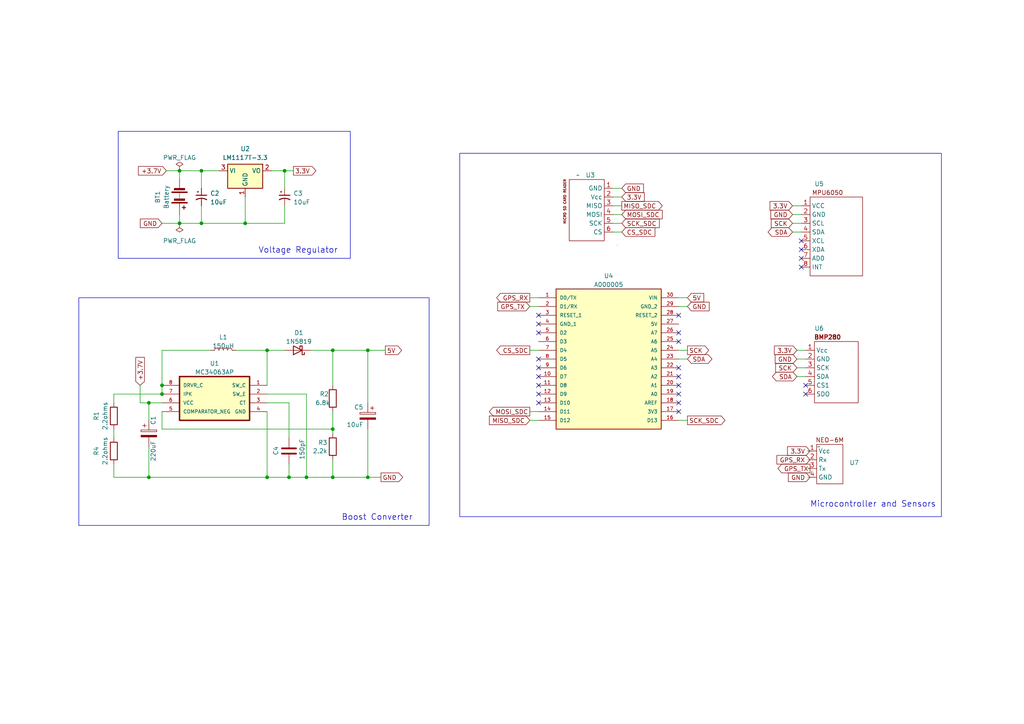
<source format=kicad_sch>
(kicad_sch (version 20230121) (generator eeschema)

  (uuid cbe279d5-adc0-44e6-9fc0-ea1f7568c133)

  (paper "A4")

  (lib_symbols
    (symbol "A000005:A000005" (pin_names (offset 1.016)) (in_bom yes) (on_board yes)
      (property "Reference" "U" (at -15.2534 21.1154 0)
        (effects (font (size 1.27 1.27)) (justify left bottom))
      )
      (property "Value" "A000005" (at -15.2429 -22.8688 0)
        (effects (font (size 1.27 1.27)) (justify left bottom))
      )
      (property "Footprint" "MODULE_A000005" (at 0 0 0)
        (effects (font (size 1.27 1.27)) (justify bottom) hide)
      )
      (property "Datasheet" "" (at 0 0 0)
        (effects (font (size 1.27 1.27)) hide)
      )
      (property "PARTREV" "23/03/2020" (at 0 0 0)
        (effects (font (size 1.27 1.27)) (justify bottom) hide)
      )
      (property "STANDARD" "Manufacturer Recommendations" (at 0 0 0)
        (effects (font (size 1.27 1.27)) (justify bottom) hide)
      )
      (property "MAXIMUM_PACKAGE_HEIGHT" "N/A" (at 0 0 0)
        (effects (font (size 1.27 1.27)) (justify bottom) hide)
      )
      (property "MANUFACTURER" "Arduino" (at 0 0 0)
        (effects (font (size 1.27 1.27)) (justify bottom) hide)
      )
      (symbol "A000005_0_0"
        (rectangle (start -15.24 -20.32) (end 15.24 20.32)
          (stroke (width 0.254) (type default))
          (fill (type background))
        )
        (pin bidirectional line (at -20.32 17.78 0) (length 5.08)
          (name "D0/TX" (effects (font (size 1.016 1.016))))
          (number "1" (effects (font (size 1.016 1.016))))
        )
        (pin bidirectional line (at -20.32 -5.08 0) (length 5.08)
          (name "D7" (effects (font (size 1.016 1.016))))
          (number "10" (effects (font (size 1.016 1.016))))
        )
        (pin bidirectional line (at -20.32 -7.62 0) (length 5.08)
          (name "D8" (effects (font (size 1.016 1.016))))
          (number "11" (effects (font (size 1.016 1.016))))
        )
        (pin bidirectional line (at -20.32 -10.16 0) (length 5.08)
          (name "D9" (effects (font (size 1.016 1.016))))
          (number "12" (effects (font (size 1.016 1.016))))
        )
        (pin bidirectional line (at -20.32 -12.7 0) (length 5.08)
          (name "D10" (effects (font (size 1.016 1.016))))
          (number "13" (effects (font (size 1.016 1.016))))
        )
        (pin bidirectional line (at -20.32 -15.24 0) (length 5.08)
          (name "D11" (effects (font (size 1.016 1.016))))
          (number "14" (effects (font (size 1.016 1.016))))
        )
        (pin bidirectional line (at -20.32 -17.78 0) (length 5.08)
          (name "D12" (effects (font (size 1.016 1.016))))
          (number "15" (effects (font (size 1.016 1.016))))
        )
        (pin bidirectional line (at 20.32 -17.78 180) (length 5.08)
          (name "D13" (effects (font (size 1.016 1.016))))
          (number "16" (effects (font (size 1.016 1.016))))
        )
        (pin power_in line (at 20.32 -15.24 180) (length 5.08)
          (name "3V3" (effects (font (size 1.016 1.016))))
          (number "17" (effects (font (size 1.016 1.016))))
        )
        (pin input line (at 20.32 -12.7 180) (length 5.08)
          (name "AREF" (effects (font (size 1.016 1.016))))
          (number "18" (effects (font (size 1.016 1.016))))
        )
        (pin input line (at 20.32 -10.16 180) (length 5.08)
          (name "A0" (effects (font (size 1.016 1.016))))
          (number "19" (effects (font (size 1.016 1.016))))
        )
        (pin bidirectional line (at -20.32 15.24 0) (length 5.08)
          (name "D1/RX" (effects (font (size 1.016 1.016))))
          (number "2" (effects (font (size 1.016 1.016))))
        )
        (pin input line (at 20.32 -7.62 180) (length 5.08)
          (name "A1" (effects (font (size 1.016 1.016))))
          (number "20" (effects (font (size 1.016 1.016))))
        )
        (pin input line (at 20.32 -5.08 180) (length 5.08)
          (name "A2" (effects (font (size 1.016 1.016))))
          (number "21" (effects (font (size 1.016 1.016))))
        )
        (pin input line (at 20.32 -2.54 180) (length 5.08)
          (name "A3" (effects (font (size 1.016 1.016))))
          (number "22" (effects (font (size 1.016 1.016))))
        )
        (pin input line (at 20.32 0 180) (length 5.08)
          (name "A4" (effects (font (size 1.016 1.016))))
          (number "23" (effects (font (size 1.016 1.016))))
        )
        (pin input line (at 20.32 2.54 180) (length 5.08)
          (name "A5" (effects (font (size 1.016 1.016))))
          (number "24" (effects (font (size 1.016 1.016))))
        )
        (pin input line (at 20.32 5.08 180) (length 5.08)
          (name "A6" (effects (font (size 1.016 1.016))))
          (number "25" (effects (font (size 1.016 1.016))))
        )
        (pin input line (at 20.32 7.62 180) (length 5.08)
          (name "A7" (effects (font (size 1.016 1.016))))
          (number "26" (effects (font (size 1.016 1.016))))
        )
        (pin power_in line (at 20.32 10.16 180) (length 5.08)
          (name "5V" (effects (font (size 1.016 1.016))))
          (number "27" (effects (font (size 1.016 1.016))))
        )
        (pin input line (at 20.32 12.7 180) (length 5.08)
          (name "RESET_2" (effects (font (size 1.016 1.016))))
          (number "28" (effects (font (size 1.016 1.016))))
        )
        (pin power_in line (at 20.32 15.24 180) (length 5.08)
          (name "GND_2" (effects (font (size 1.016 1.016))))
          (number "29" (effects (font (size 1.016 1.016))))
        )
        (pin input line (at -20.32 12.7 0) (length 5.08)
          (name "RESET_1" (effects (font (size 1.016 1.016))))
          (number "3" (effects (font (size 1.016 1.016))))
        )
        (pin power_in line (at 20.32 17.78 180) (length 5.08)
          (name "VIN" (effects (font (size 1.016 1.016))))
          (number "30" (effects (font (size 1.016 1.016))))
        )
        (pin power_in line (at -20.32 10.16 0) (length 5.08)
          (name "GND_1" (effects (font (size 1.016 1.016))))
          (number "4" (effects (font (size 1.016 1.016))))
        )
        (pin bidirectional line (at -20.32 7.62 0) (length 5.08)
          (name "D2" (effects (font (size 1.016 1.016))))
          (number "5" (effects (font (size 1.016 1.016))))
        )
        (pin bidirectional line (at -20.32 5.08 0) (length 5.08)
          (name "D3" (effects (font (size 1.016 1.016))))
          (number "6" (effects (font (size 1.016 1.016))))
        )
        (pin bidirectional line (at -20.32 2.54 0) (length 5.08)
          (name "D4" (effects (font (size 1.016 1.016))))
          (number "7" (effects (font (size 1.016 1.016))))
        )
        (pin bidirectional line (at -20.32 0 0) (length 5.08)
          (name "D5" (effects (font (size 1.016 1.016))))
          (number "8" (effects (font (size 1.016 1.016))))
        )
        (pin bidirectional line (at -20.32 -2.54 0) (length 5.08)
          (name "D6" (effects (font (size 1.016 1.016))))
          (number "9" (effects (font (size 1.016 1.016))))
        )
      )
    )
    (symbol "Device:Battery" (pin_numbers hide) (pin_names (offset 0) hide) (in_bom yes) (on_board yes)
      (property "Reference" "BT" (at 2.54 2.54 0)
        (effects (font (size 1.27 1.27)) (justify left))
      )
      (property "Value" "Battery" (at 2.54 0 0)
        (effects (font (size 1.27 1.27)) (justify left))
      )
      (property "Footprint" "" (at 0 1.524 90)
        (effects (font (size 1.27 1.27)) hide)
      )
      (property "Datasheet" "~" (at 0 1.524 90)
        (effects (font (size 1.27 1.27)) hide)
      )
      (property "ki_keywords" "batt voltage-source cell" (at 0 0 0)
        (effects (font (size 1.27 1.27)) hide)
      )
      (property "ki_description" "Multiple-cell battery" (at 0 0 0)
        (effects (font (size 1.27 1.27)) hide)
      )
      (symbol "Battery_0_1"
        (rectangle (start -2.286 -1.27) (end 2.286 -1.524)
          (stroke (width 0) (type default))
          (fill (type outline))
        )
        (rectangle (start -2.286 1.778) (end 2.286 1.524)
          (stroke (width 0) (type default))
          (fill (type outline))
        )
        (rectangle (start -1.524 -2.032) (end 1.524 -2.54)
          (stroke (width 0) (type default))
          (fill (type outline))
        )
        (rectangle (start -1.524 1.016) (end 1.524 0.508)
          (stroke (width 0) (type default))
          (fill (type outline))
        )
        (polyline
          (pts
            (xy 0 -1.016)
            (xy 0 -0.762)
          )
          (stroke (width 0) (type default))
          (fill (type none))
        )
        (polyline
          (pts
            (xy 0 -0.508)
            (xy 0 -0.254)
          )
          (stroke (width 0) (type default))
          (fill (type none))
        )
        (polyline
          (pts
            (xy 0 0)
            (xy 0 0.254)
          )
          (stroke (width 0) (type default))
          (fill (type none))
        )
        (polyline
          (pts
            (xy 0 1.778)
            (xy 0 2.54)
          )
          (stroke (width 0) (type default))
          (fill (type none))
        )
        (polyline
          (pts
            (xy 0.762 3.048)
            (xy 1.778 3.048)
          )
          (stroke (width 0.254) (type default))
          (fill (type none))
        )
        (polyline
          (pts
            (xy 1.27 3.556)
            (xy 1.27 2.54)
          )
          (stroke (width 0.254) (type default))
          (fill (type none))
        )
      )
      (symbol "Battery_1_1"
        (pin passive line (at 0 5.08 270) (length 2.54)
          (name "+" (effects (font (size 1.27 1.27))))
          (number "1" (effects (font (size 1.27 1.27))))
        )
        (pin passive line (at 0 -5.08 90) (length 2.54)
          (name "-" (effects (font (size 1.27 1.27))))
          (number "2" (effects (font (size 1.27 1.27))))
        )
      )
    )
    (symbol "Device:C" (pin_numbers hide) (pin_names (offset 0.254)) (in_bom yes) (on_board yes)
      (property "Reference" "C" (at 0.635 2.54 0)
        (effects (font (size 1.27 1.27)) (justify left))
      )
      (property "Value" "C" (at 0.635 -2.54 0)
        (effects (font (size 1.27 1.27)) (justify left))
      )
      (property "Footprint" "" (at 0.9652 -3.81 0)
        (effects (font (size 1.27 1.27)) hide)
      )
      (property "Datasheet" "~" (at 0 0 0)
        (effects (font (size 1.27 1.27)) hide)
      )
      (property "ki_keywords" "cap capacitor" (at 0 0 0)
        (effects (font (size 1.27 1.27)) hide)
      )
      (property "ki_description" "Unpolarized capacitor" (at 0 0 0)
        (effects (font (size 1.27 1.27)) hide)
      )
      (property "ki_fp_filters" "C_*" (at 0 0 0)
        (effects (font (size 1.27 1.27)) hide)
      )
      (symbol "C_0_1"
        (polyline
          (pts
            (xy -2.032 -0.762)
            (xy 2.032 -0.762)
          )
          (stroke (width 0.508) (type default))
          (fill (type none))
        )
        (polyline
          (pts
            (xy -2.032 0.762)
            (xy 2.032 0.762)
          )
          (stroke (width 0.508) (type default))
          (fill (type none))
        )
      )
      (symbol "C_1_1"
        (pin passive line (at 0 3.81 270) (length 2.794)
          (name "~" (effects (font (size 1.27 1.27))))
          (number "1" (effects (font (size 1.27 1.27))))
        )
        (pin passive line (at 0 -3.81 90) (length 2.794)
          (name "~" (effects (font (size 1.27 1.27))))
          (number "2" (effects (font (size 1.27 1.27))))
        )
      )
    )
    (symbol "Device:C_Polarized" (pin_numbers hide) (pin_names (offset 0.254)) (in_bom yes) (on_board yes)
      (property "Reference" "C" (at 0.635 2.54 0)
        (effects (font (size 1.27 1.27)) (justify left))
      )
      (property "Value" "C_Polarized" (at 0.635 -2.54 0)
        (effects (font (size 1.27 1.27)) (justify left))
      )
      (property "Footprint" "" (at 0.9652 -3.81 0)
        (effects (font (size 1.27 1.27)) hide)
      )
      (property "Datasheet" "~" (at 0 0 0)
        (effects (font (size 1.27 1.27)) hide)
      )
      (property "ki_keywords" "cap capacitor" (at 0 0 0)
        (effects (font (size 1.27 1.27)) hide)
      )
      (property "ki_description" "Polarized capacitor" (at 0 0 0)
        (effects (font (size 1.27 1.27)) hide)
      )
      (property "ki_fp_filters" "CP_*" (at 0 0 0)
        (effects (font (size 1.27 1.27)) hide)
      )
      (symbol "C_Polarized_0_1"
        (rectangle (start -2.286 0.508) (end 2.286 1.016)
          (stroke (width 0) (type default))
          (fill (type none))
        )
        (polyline
          (pts
            (xy -1.778 2.286)
            (xy -0.762 2.286)
          )
          (stroke (width 0) (type default))
          (fill (type none))
        )
        (polyline
          (pts
            (xy -1.27 2.794)
            (xy -1.27 1.778)
          )
          (stroke (width 0) (type default))
          (fill (type none))
        )
        (rectangle (start 2.286 -0.508) (end -2.286 -1.016)
          (stroke (width 0) (type default))
          (fill (type outline))
        )
      )
      (symbol "C_Polarized_1_1"
        (pin passive line (at 0 3.81 270) (length 2.794)
          (name "~" (effects (font (size 1.27 1.27))))
          (number "1" (effects (font (size 1.27 1.27))))
        )
        (pin passive line (at 0 -3.81 90) (length 2.794)
          (name "~" (effects (font (size 1.27 1.27))))
          (number "2" (effects (font (size 1.27 1.27))))
        )
      )
    )
    (symbol "Device:C_Polarized_Small_US" (pin_numbers hide) (pin_names (offset 0.254) hide) (in_bom yes) (on_board yes)
      (property "Reference" "C" (at 0.254 1.778 0)
        (effects (font (size 1.27 1.27)) (justify left))
      )
      (property "Value" "C_Polarized_Small_US" (at 0.254 -2.032 0)
        (effects (font (size 1.27 1.27)) (justify left))
      )
      (property "Footprint" "" (at 0 0 0)
        (effects (font (size 1.27 1.27)) hide)
      )
      (property "Datasheet" "~" (at 0 0 0)
        (effects (font (size 1.27 1.27)) hide)
      )
      (property "ki_keywords" "cap capacitor" (at 0 0 0)
        (effects (font (size 1.27 1.27)) hide)
      )
      (property "ki_description" "Polarized capacitor, small US symbol" (at 0 0 0)
        (effects (font (size 1.27 1.27)) hide)
      )
      (property "ki_fp_filters" "CP_*" (at 0 0 0)
        (effects (font (size 1.27 1.27)) hide)
      )
      (symbol "C_Polarized_Small_US_0_1"
        (polyline
          (pts
            (xy -1.524 0.508)
            (xy 1.524 0.508)
          )
          (stroke (width 0.3048) (type default))
          (fill (type none))
        )
        (polyline
          (pts
            (xy -1.27 1.524)
            (xy -0.762 1.524)
          )
          (stroke (width 0) (type default))
          (fill (type none))
        )
        (polyline
          (pts
            (xy -1.016 1.27)
            (xy -1.016 1.778)
          )
          (stroke (width 0) (type default))
          (fill (type none))
        )
        (arc (start 1.524 -0.762) (mid 0 -0.3734) (end -1.524 -0.762)
          (stroke (width 0.3048) (type default))
          (fill (type none))
        )
      )
      (symbol "C_Polarized_Small_US_1_1"
        (pin passive line (at 0 2.54 270) (length 2.032)
          (name "~" (effects (font (size 1.27 1.27))))
          (number "1" (effects (font (size 1.27 1.27))))
        )
        (pin passive line (at 0 -2.54 90) (length 2.032)
          (name "~" (effects (font (size 1.27 1.27))))
          (number "2" (effects (font (size 1.27 1.27))))
        )
      )
    )
    (symbol "Device:L" (pin_numbers hide) (pin_names (offset 1.016) hide) (in_bom yes) (on_board yes)
      (property "Reference" "L" (at -1.27 0 90)
        (effects (font (size 1.27 1.27)))
      )
      (property "Value" "L" (at 1.905 0 90)
        (effects (font (size 1.27 1.27)))
      )
      (property "Footprint" "" (at 0 0 0)
        (effects (font (size 1.27 1.27)) hide)
      )
      (property "Datasheet" "~" (at 0 0 0)
        (effects (font (size 1.27 1.27)) hide)
      )
      (property "ki_keywords" "inductor choke coil reactor magnetic" (at 0 0 0)
        (effects (font (size 1.27 1.27)) hide)
      )
      (property "ki_description" "Inductor" (at 0 0 0)
        (effects (font (size 1.27 1.27)) hide)
      )
      (property "ki_fp_filters" "Choke_* *Coil* Inductor_* L_*" (at 0 0 0)
        (effects (font (size 1.27 1.27)) hide)
      )
      (symbol "L_0_1"
        (arc (start 0 -2.54) (mid 0.6323 -1.905) (end 0 -1.27)
          (stroke (width 0) (type default))
          (fill (type none))
        )
        (arc (start 0 -1.27) (mid 0.6323 -0.635) (end 0 0)
          (stroke (width 0) (type default))
          (fill (type none))
        )
        (arc (start 0 0) (mid 0.6323 0.635) (end 0 1.27)
          (stroke (width 0) (type default))
          (fill (type none))
        )
        (arc (start 0 1.27) (mid 0.6323 1.905) (end 0 2.54)
          (stroke (width 0) (type default))
          (fill (type none))
        )
      )
      (symbol "L_1_1"
        (pin passive line (at 0 3.81 270) (length 1.27)
          (name "1" (effects (font (size 1.27 1.27))))
          (number "1" (effects (font (size 1.27 1.27))))
        )
        (pin passive line (at 0 -3.81 90) (length 1.27)
          (name "2" (effects (font (size 1.27 1.27))))
          (number "2" (effects (font (size 1.27 1.27))))
        )
      )
    )
    (symbol "Device:R" (pin_numbers hide) (pin_names (offset 0)) (in_bom yes) (on_board yes)
      (property "Reference" "R" (at 2.032 0 90)
        (effects (font (size 1.27 1.27)))
      )
      (property "Value" "R" (at 0 0 90)
        (effects (font (size 1.27 1.27)))
      )
      (property "Footprint" "" (at -1.778 0 90)
        (effects (font (size 1.27 1.27)) hide)
      )
      (property "Datasheet" "~" (at 0 0 0)
        (effects (font (size 1.27 1.27)) hide)
      )
      (property "ki_keywords" "R res resistor" (at 0 0 0)
        (effects (font (size 1.27 1.27)) hide)
      )
      (property "ki_description" "Resistor" (at 0 0 0)
        (effects (font (size 1.27 1.27)) hide)
      )
      (property "ki_fp_filters" "R_*" (at 0 0 0)
        (effects (font (size 1.27 1.27)) hide)
      )
      (symbol "R_0_1"
        (rectangle (start -1.016 -2.54) (end 1.016 2.54)
          (stroke (width 0.254) (type default))
          (fill (type none))
        )
      )
      (symbol "R_1_1"
        (pin passive line (at 0 3.81 270) (length 1.27)
          (name "~" (effects (font (size 1.27 1.27))))
          (number "1" (effects (font (size 1.27 1.27))))
        )
        (pin passive line (at 0 -3.81 90) (length 1.27)
          (name "~" (effects (font (size 1.27 1.27))))
          (number "2" (effects (font (size 1.27 1.27))))
        )
      )
    )
    (symbol "Diode:1N5819" (pin_numbers hide) (pin_names (offset 1.016) hide) (in_bom yes) (on_board yes)
      (property "Reference" "D" (at 0 2.54 0)
        (effects (font (size 1.27 1.27)))
      )
      (property "Value" "1N5819" (at 0 -2.54 0)
        (effects (font (size 1.27 1.27)))
      )
      (property "Footprint" "Diode_THT:D_DO-41_SOD81_P10.16mm_Horizontal" (at 0 -4.445 0)
        (effects (font (size 1.27 1.27)) hide)
      )
      (property "Datasheet" "http://www.vishay.com/docs/88525/1n5817.pdf" (at 0 0 0)
        (effects (font (size 1.27 1.27)) hide)
      )
      (property "ki_keywords" "diode Schottky" (at 0 0 0)
        (effects (font (size 1.27 1.27)) hide)
      )
      (property "ki_description" "40V 1A Schottky Barrier Rectifier Diode, DO-41" (at 0 0 0)
        (effects (font (size 1.27 1.27)) hide)
      )
      (property "ki_fp_filters" "D*DO?41*" (at 0 0 0)
        (effects (font (size 1.27 1.27)) hide)
      )
      (symbol "1N5819_0_1"
        (polyline
          (pts
            (xy 1.27 0)
            (xy -1.27 0)
          )
          (stroke (width 0) (type default))
          (fill (type none))
        )
        (polyline
          (pts
            (xy 1.27 1.27)
            (xy 1.27 -1.27)
            (xy -1.27 0)
            (xy 1.27 1.27)
          )
          (stroke (width 0.254) (type default))
          (fill (type none))
        )
        (polyline
          (pts
            (xy -1.905 0.635)
            (xy -1.905 1.27)
            (xy -1.27 1.27)
            (xy -1.27 -1.27)
            (xy -0.635 -1.27)
            (xy -0.635 -0.635)
          )
          (stroke (width 0.254) (type default))
          (fill (type none))
        )
      )
      (symbol "1N5819_1_1"
        (pin passive line (at -3.81 0 0) (length 2.54)
          (name "K" (effects (font (size 1.27 1.27))))
          (number "1" (effects (font (size 1.27 1.27))))
        )
        (pin passive line (at 3.81 0 180) (length 2.54)
          (name "A" (effects (font (size 1.27 1.27))))
          (number "2" (effects (font (size 1.27 1.27))))
        )
      )
    )
    (symbol "MC34063AP:MC34063AP" (pin_names (offset 1.016)) (in_bom yes) (on_board yes)
      (property "Reference" "U" (at 8.255 15.875 0)
        (effects (font (size 1.27 1.27)) (justify left bottom))
      )
      (property "Value" "MC34063AP" (at -1.27 13.97 0)
        (effects (font (size 1.27 1.27)) (justify left bottom))
      )
      (property "Footprint" "DIP794W45P254L959H508Q8" (at 0 -3.81 0)
        (effects (font (size 1.27 1.27)) (justify bottom) hide)
      )
      (property "Datasheet" "" (at -7.62 2.54 0)
        (effects (font (size 1.27 1.27)) hide)
      )
      (symbol "MC34063AP_0_0"
        (rectangle (start -10.16 12.7) (end 10.16 0)
          (stroke (width 0.41) (type default))
          (fill (type background))
        )
        (pin bidirectional line (at 15.24 10.16 180) (length 5.08)
          (name "SW_C" (effects (font (size 1.016 1.016))))
          (number "1" (effects (font (size 1.016 1.016))))
        )
        (pin input line (at 15.24 7.62 180) (length 5.08)
          (name "SW_E" (effects (font (size 1.016 1.016))))
          (number "2" (effects (font (size 1.016 1.016))))
        )
        (pin input line (at 15.24 5.08 180) (length 5.08)
          (name "CT" (effects (font (size 1.016 1.016))))
          (number "3" (effects (font (size 1.016 1.016))))
        )
        (pin power_in line (at 15.24 2.54 180) (length 5.08)
          (name "GND" (effects (font (size 1.016 1.016))))
          (number "4" (effects (font (size 1.016 1.016))))
        )
        (pin input line (at -15.24 2.54 0) (length 5.08)
          (name "COMPARATOR_NEG" (effects (font (size 1.016 1.016))))
          (number "5" (effects (font (size 1.016 1.016))))
        )
        (pin power_in line (at -15.24 5.08 0) (length 5.08)
          (name "VCC" (effects (font (size 1.016 1.016))))
          (number "6" (effects (font (size 1.016 1.016))))
        )
        (pin input line (at -15.24 7.62 0) (length 5.08)
          (name "IPK" (effects (font (size 1.016 1.016))))
          (number "7" (effects (font (size 1.016 1.016))))
        )
        (pin bidirectional line (at -15.24 10.16 0) (length 5.08)
          (name "DRVR_C" (effects (font (size 1.016 1.016))))
          (number "8" (effects (font (size 1.016 1.016))))
        )
      )
    )
    (symbol "New_Library:BMP280" (in_bom yes) (on_board yes)
      (property "Reference" "U" (at 0 0 0)
        (effects (font (size 1.27 1.27)))
      )
      (property "Value" "" (at 0 0 0)
        (effects (font (size 1.27 1.27)))
      )
      (property "Footprint" "" (at 0 0 0)
        (effects (font (size 1.27 1.27)) hide)
      )
      (property "Datasheet" "" (at 0 0 0)
        (effects (font (size 1.27 1.27)) hide)
      )
      (symbol "BMP280_0_1"
        (rectangle (start -1.27 -3.81) (end 11.43 -21.59)
          (stroke (width 0) (type default))
          (fill (type none))
        )
      )
      (symbol "BMP280_1_1"
        (text "BMP280" (at 2.54 -2.54 0)
          (effects (font (size 1.27 1.27) bold))
        )
        (pin input line (at -3.81 -6.35 0) (length 2.54)
          (name "Vcc" (effects (font (size 1.27 1.27))))
          (number "1" (effects (font (size 1.27 1.27))))
        )
        (pin input line (at -3.81 -8.89 0) (length 2.54)
          (name "GND" (effects (font (size 1.27 1.27))))
          (number "2" (effects (font (size 1.27 1.27))))
        )
        (pin input line (at -3.81 -11.43 0) (length 2.54)
          (name "SCK" (effects (font (size 1.27 1.27))))
          (number "3" (effects (font (size 1.27 1.27))))
        )
        (pin bidirectional line (at -3.81 -13.97 0) (length 2.54)
          (name "SDA" (effects (font (size 1.27 1.27))))
          (number "4" (effects (font (size 1.27 1.27))))
        )
        (pin input line (at -3.81 -16.51 0) (length 2.54)
          (name "CS1" (effects (font (size 1.27 1.27))))
          (number "5" (effects (font (size 1.27 1.27))))
        )
        (pin output line (at -3.81 -19.05 0) (length 2.54)
          (name "SDO" (effects (font (size 1.27 1.27))))
          (number "6" (effects (font (size 1.27 1.27))))
        )
      )
    )
    (symbol "New_Library:MPU6050" (in_bom yes) (on_board yes)
      (property "Reference" "U" (at 0 0 0)
        (effects (font (size 1.27 1.27)))
      )
      (property "Value" "" (at -17.78 -11.43 0)
        (effects (font (size 1.27 1.27)))
      )
      (property "Footprint" "" (at 0 0 0)
        (effects (font (size 1.27 1.27)) hide)
      )
      (property "Datasheet" "" (at 0 0 0)
        (effects (font (size 1.27 1.27)) hide)
      )
      (symbol "MPU6050_0_1"
        (rectangle (start -1.27 -3.81) (end 13.97 -26.67)
          (stroke (width 0) (type default))
          (fill (type none))
        )
      )
      (symbol "MPU6050_1_1"
        (text "MPU6050" (at 3.81 -2.54 0)
          (effects (font (size 1.27 1.27)))
        )
        (pin input line (at -3.81 -6.35 0) (length 2.54)
          (name "VCC" (effects (font (size 1.27 1.27))))
          (number "1" (effects (font (size 1.27 1.27))))
        )
        (pin input line (at -3.81 -8.89 0) (length 2.54)
          (name "GND" (effects (font (size 1.27 1.27))))
          (number "2" (effects (font (size 1.27 1.27))))
        )
        (pin input line (at -3.81 -11.43 0) (length 2.54)
          (name "SCL" (effects (font (size 1.27 1.27))))
          (number "3" (effects (font (size 1.27 1.27))))
        )
        (pin bidirectional line (at -3.81 -13.97 0) (length 2.54)
          (name "SDA" (effects (font (size 1.27 1.27))))
          (number "4" (effects (font (size 1.27 1.27))))
        )
        (pin input line (at -3.81 -16.51 0) (length 2.54)
          (name "XCL" (effects (font (size 1.27 1.27))))
          (number "5" (effects (font (size 1.27 1.27))))
        )
        (pin bidirectional line (at -3.81 -19.05 0) (length 2.54)
          (name "XDA" (effects (font (size 1.27 1.27))))
          (number "6" (effects (font (size 1.27 1.27))))
        )
        (pin bidirectional line (at -3.81 -21.59 0) (length 2.54)
          (name "AD0" (effects (font (size 1.27 1.27))))
          (number "7" (effects (font (size 1.27 1.27))))
        )
        (pin output line (at -3.81 -24.13 0) (length 2.54)
          (name "INT" (effects (font (size 1.27 1.27))))
          (number "8" (effects (font (size 1.27 1.27))))
        )
      )
    )
    (symbol "New_Library:Micro_SD_Card_Reader" (in_bom yes) (on_board yes)
      (property "Reference" "U" (at 0 0 0)
        (effects (font (size 1.27 1.27)))
      )
      (property "Value" "" (at 0 0 0)
        (effects (font (size 1.27 1.27)))
      )
      (property "Footprint" "" (at 0 0 0)
        (effects (font (size 1.27 1.27)) hide)
      )
      (property "Datasheet" "" (at 0 0 0)
        (effects (font (size 1.27 1.27)) hide)
      )
      (symbol "Micro_SD_Card_Reader_0_1"
        (rectangle (start -2.54 -1.27) (end 7.62 -19.05)
          (stroke (width 0) (type default))
          (fill (type none))
        )
        (rectangle (start 11.43 -20.32) (end 11.43 -20.32)
          (stroke (width 0) (type default))
          (fill (type none))
        )
      )
      (symbol "Micro_SD_Card_Reader_1_1"
        (text "MICRO SD CARD READER" (at -3.81 -7.62 900)
          (effects (font (size 0.7 0.7)))
        )
        (pin input line (at 10.16 -3.81 180) (length 2.54)
          (name "GND" (effects (font (size 1.27 1.27))))
          (number "1" (effects (font (size 1.27 1.27))))
        )
        (pin input line (at 10.16 -6.35 180) (length 2.54)
          (name "Vcc" (effects (font (size 1.27 1.27))))
          (number "2" (effects (font (size 1.27 1.27))))
        )
        (pin output line (at 10.16 -8.89 180) (length 2.54)
          (name "MISO" (effects (font (size 1.27 1.27))))
          (number "3" (effects (font (size 1.27 1.27))))
        )
        (pin input line (at 10.16 -11.43 180) (length 2.54)
          (name "MOSI" (effects (font (size 1.27 1.27))))
          (number "4" (effects (font (size 1.27 1.27))))
        )
        (pin input line (at 10.16 -13.97 180) (length 2.54)
          (name "SCK" (effects (font (size 1.27 1.27))))
          (number "5" (effects (font (size 1.27 1.27))))
        )
        (pin input line (at 10.16 -16.51 180) (length 2.54)
          (name "CS" (effects (font (size 1.27 1.27))))
          (number "6" (effects (font (size 1.27 1.27))))
        )
      )
    )
    (symbol "PCB_for_flight_rocket:NEO-6M" (in_bom yes) (on_board yes)
      (property "Reference" "U" (at 2.54 2.54 0)
        (effects (font (size 1.27 1.27)))
      )
      (property "Value" "" (at 0 -1.27 0)
        (effects (font (size 1.27 1.27)))
      )
      (property "Footprint" "" (at 0 -1.27 0)
        (effects (font (size 1.27 1.27)) hide)
      )
      (property "Datasheet" "" (at 0 -1.27 0)
        (effects (font (size 1.27 1.27)) hide)
      )
      (property "ki_locked" "" (at 0 0 0)
        (effects (font (size 1.27 1.27)))
      )
      (symbol "NEO-6M_1_1"
        (rectangle (start -0.635 -0.635) (end 6.985 -12.065)
          (stroke (width 0) (type default))
          (fill (type none))
        )
        (text "NEO-6M" (at 3.175 0.635 0)
          (effects (font (size 1.27 1.27)))
        )
        (pin input line (at -3.175 -2.54 0) (length 2.54)
          (name "Vcc" (effects (font (size 1.27 1.27))))
          (number "1" (effects (font (size 1.27 1.27))))
        )
        (pin input line (at -3.175 -5.08 0) (length 2.54)
          (name "Rx" (effects (font (size 1.27 1.27))))
          (number "2" (effects (font (size 1.27 1.27))))
        )
        (pin output line (at -3.175 -7.62 0) (length 2.54)
          (name "Tx" (effects (font (size 1.27 1.27))))
          (number "3" (effects (font (size 1.27 1.27))))
        )
        (pin input line (at -3.175 -10.16 0) (length 2.54)
          (name "GND" (effects (font (size 1.27 1.27))))
          (number "4" (effects (font (size 1.27 1.27))))
        )
      )
    )
    (symbol "Regulator_Linear:LM1117T-3.3" (in_bom yes) (on_board yes)
      (property "Reference" "U" (at -3.81 3.175 0)
        (effects (font (size 1.27 1.27)))
      )
      (property "Value" "LM1117T-3.3" (at 0 3.175 0)
        (effects (font (size 1.27 1.27)) (justify left))
      )
      (property "Footprint" "Package_TO_SOT_THT:TO-220-3_Horizontal_TabDown" (at 0 0 0)
        (effects (font (size 1.27 1.27)) hide)
      )
      (property "Datasheet" "http://www.ti.com/lit/ds/symlink/lm1117.pdf" (at 0 0 0)
        (effects (font (size 1.27 1.27)) hide)
      )
      (property "ki_keywords" "linear regulator ldo fixed positive" (at 0 0 0)
        (effects (font (size 1.27 1.27)) hide)
      )
      (property "ki_description" "800mA Low-Dropout Linear Regulator, 3.3V fixed output, TO-220" (at 0 0 0)
        (effects (font (size 1.27 1.27)) hide)
      )
      (property "ki_fp_filters" "TO?220*" (at 0 0 0)
        (effects (font (size 1.27 1.27)) hide)
      )
      (symbol "LM1117T-3.3_0_1"
        (rectangle (start -5.08 -5.08) (end 5.08 1.905)
          (stroke (width 0.254) (type default))
          (fill (type background))
        )
      )
      (symbol "LM1117T-3.3_1_1"
        (pin power_in line (at 0 -7.62 90) (length 2.54)
          (name "GND" (effects (font (size 1.27 1.27))))
          (number "1" (effects (font (size 1.27 1.27))))
        )
        (pin power_out line (at 7.62 0 180) (length 2.54)
          (name "VO" (effects (font (size 1.27 1.27))))
          (number "2" (effects (font (size 1.27 1.27))))
        )
        (pin power_in line (at -7.62 0 0) (length 2.54)
          (name "VI" (effects (font (size 1.27 1.27))))
          (number "3" (effects (font (size 1.27 1.27))))
        )
      )
    )
    (symbol "power:PWR_FLAG" (power) (pin_numbers hide) (pin_names (offset 0) hide) (in_bom yes) (on_board yes)
      (property "Reference" "#FLG" (at 0 1.905 0)
        (effects (font (size 1.27 1.27)) hide)
      )
      (property "Value" "PWR_FLAG" (at 0 3.81 0)
        (effects (font (size 1.27 1.27)))
      )
      (property "Footprint" "" (at 0 0 0)
        (effects (font (size 1.27 1.27)) hide)
      )
      (property "Datasheet" "~" (at 0 0 0)
        (effects (font (size 1.27 1.27)) hide)
      )
      (property "ki_keywords" "flag power" (at 0 0 0)
        (effects (font (size 1.27 1.27)) hide)
      )
      (property "ki_description" "Special symbol for telling ERC where power comes from" (at 0 0 0)
        (effects (font (size 1.27 1.27)) hide)
      )
      (symbol "PWR_FLAG_0_0"
        (pin power_out line (at 0 0 90) (length 0)
          (name "pwr" (effects (font (size 1.27 1.27))))
          (number "1" (effects (font (size 1.27 1.27))))
        )
      )
      (symbol "PWR_FLAG_0_1"
        (polyline
          (pts
            (xy 0 0)
            (xy 0 1.27)
            (xy -1.016 1.905)
            (xy 0 2.54)
            (xy 1.016 1.905)
            (xy 0 1.27)
          )
          (stroke (width 0) (type default))
          (fill (type none))
        )
      )
    )
  )

  (junction (at 52.07 49.53) (diameter 0) (color 0 0 0 0)
    (uuid 044aa82f-c211-439b-b745-9f539ce06a2a)
  )
  (junction (at 46.99 114.3) (diameter 0) (color 0 0 0 0)
    (uuid 14bb609e-2d35-4dd7-bccf-55e52f997557)
  )
  (junction (at 106.68 101.6) (diameter 0) (color 0 0 0 0)
    (uuid 17a33947-3411-43c6-83ae-5a50a5aeb2f3)
  )
  (junction (at 43.18 138.43) (diameter 0) (color 0 0 0 0)
    (uuid 19131778-e579-4a3e-99a7-3afba54a345b)
  )
  (junction (at 52.07 64.77) (diameter 0) (color 0 0 0 0)
    (uuid 2bf70e33-b455-4bcb-b029-77150b11d26f)
  )
  (junction (at 96.52 124.46) (diameter 0) (color 0 0 0 0)
    (uuid 3ab9965d-97bb-44c0-a7ed-714ab6ea2ce1)
  )
  (junction (at 96.52 138.43) (diameter 0) (color 0 0 0 0)
    (uuid 4afef1bc-e8a7-4d2b-b8a1-2b2b6e50d1ca)
  )
  (junction (at 58.42 49.53) (diameter 0) (color 0 0 0 0)
    (uuid 5046a352-1fe7-4ab2-a66e-a0937c5668b1)
  )
  (junction (at 96.52 101.6) (diameter 0) (color 0 0 0 0)
    (uuid 75396a1c-ad55-440c-ac18-546c4f6ec988)
  )
  (junction (at 43.18 116.84) (diameter 0) (color 0 0 0 0)
    (uuid 7986a077-6645-442c-9fea-b60ea7886a8c)
  )
  (junction (at 83.82 138.43) (diameter 0) (color 0 0 0 0)
    (uuid 7c242a04-690f-4091-952e-f21d0ea33892)
  )
  (junction (at 88.9 138.43) (diameter 0) (color 0 0 0 0)
    (uuid 8f23dcc6-60e1-49b4-81da-9fdb00b796af)
  )
  (junction (at 106.68 138.43) (diameter 0) (color 0 0 0 0)
    (uuid a223d577-8d81-43d1-8923-16e244a8c28b)
  )
  (junction (at 77.47 101.6) (diameter 0) (color 0 0 0 0)
    (uuid b6d96883-e181-42d9-bd99-aa3a973db5be)
  )
  (junction (at 58.42 64.77) (diameter 0) (color 0 0 0 0)
    (uuid b8266ad5-7599-4543-a789-60633c673b3f)
  )
  (junction (at 71.12 64.77) (diameter 0) (color 0 0 0 0)
    (uuid c14dd418-907e-4858-b67a-3588a2dc2f37)
  )
  (junction (at 46.99 111.76) (diameter 0) (color 0 0 0 0)
    (uuid ec28cee3-c040-40a0-b21d-0cd798176649)
  )
  (junction (at 77.47 138.43) (diameter 0) (color 0 0 0 0)
    (uuid ec295816-891b-4634-afab-fcf0a7d1bc89)
  )
  (junction (at 82.55 49.53) (diameter 0) (color 0 0 0 0)
    (uuid f5442a2c-db85-4e1f-ad9d-880b30d70efb)
  )

  (no_connect (at 196.85 96.52) (uuid 098cf3dd-39e9-4380-b8a9-bc1fcc532cb6))
  (no_connect (at 232.41 72.39) (uuid 18f6c82b-08ff-454f-b981-714f96b00636))
  (no_connect (at 156.21 114.3) (uuid 3f6ed3c6-8b3d-4a30-b5ba-222c47232909))
  (no_connect (at 196.85 111.76) (uuid 40f22f3d-01d9-4205-916f-777f1f2547cd))
  (no_connect (at 156.21 104.14) (uuid 583180be-d7cf-46f1-bff4-de620476ba13))
  (no_connect (at 156.21 109.22) (uuid 59d61cdb-9bf5-4c05-afde-2474bc2a95ef))
  (no_connect (at 196.85 116.84) (uuid 5a35ad0e-2e35-461f-8292-f06602cfabf4))
  (no_connect (at 156.21 93.98) (uuid 5f424269-e396-4bf3-b0ff-85ee62a4ec9b))
  (no_connect (at 196.85 109.22) (uuid 61b7ec51-4879-4fa3-a0d9-8d8501dd48be))
  (no_connect (at 196.85 106.68) (uuid 7c013583-0880-47aa-b7b0-90011535ac10))
  (no_connect (at 156.21 116.84) (uuid 8aea080b-4ff8-418d-8bec-c9c5b5a3c28f))
  (no_connect (at 232.41 74.93) (uuid 8e60f414-3c03-4036-a3d5-ab570c4033e0))
  (no_connect (at 196.85 119.38) (uuid 988b40d2-6e13-4d7d-aed7-0ad5e182de24))
  (no_connect (at 233.68 111.76) (uuid 98ab2955-5fd9-44e1-b96c-dcd53ab5ecab))
  (no_connect (at 196.85 99.06) (uuid ab3ee1da-b835-4017-aad2-5c120f19d275))
  (no_connect (at 156.21 96.52) (uuid b703346a-950d-4f8c-8146-2cb39991fc18))
  (no_connect (at 156.21 91.44) (uuid b7412c12-5201-4bea-a742-2afa57e7cf90))
  (no_connect (at 156.21 106.68) (uuid beb5b929-1794-44ff-acf6-81eeee64822d))
  (no_connect (at 232.41 69.85) (uuid bffe34af-ceef-433c-8e1e-f6f3818aea23))
  (no_connect (at 196.85 114.3) (uuid c860755e-806d-4b8b-8ed6-4f8da9f71a1a))
  (no_connect (at 196.85 91.44) (uuid d5a9b215-5617-40d9-89e0-54fa44644fde))
  (no_connect (at 232.41 77.47) (uuid e00d3cc6-eb8b-4c90-8e03-1f4bc6076f03))
  (no_connect (at 233.68 114.3) (uuid e4f85c94-04c8-42c8-9c20-de8fc6e1dcff))
  (no_connect (at 156.21 111.76) (uuid eeb39ef5-130d-4452-985d-f21aa34b8909))

  (wire (pts (xy 58.42 64.77) (xy 71.12 64.77))
    (stroke (width 0) (type default))
    (uuid 03a7a2eb-d626-437d-8bd9-d6d10258e2e0)
  )
  (wire (pts (xy 82.55 49.53) (xy 85.09 49.53))
    (stroke (width 0) (type default))
    (uuid 06a08e59-c547-454e-9807-e0ed0bf0b4b2)
  )
  (wire (pts (xy 177.8 59.69) (xy 180.34 59.69))
    (stroke (width 0) (type default))
    (uuid 08687e96-30e3-48a9-8745-b27f7dc2a215)
  )
  (wire (pts (xy 52.07 49.53) (xy 58.42 49.53))
    (stroke (width 0) (type default))
    (uuid 0a45ae63-974a-4f03-b5d5-4545db19399f)
  )
  (wire (pts (xy 96.52 111.76) (xy 96.52 101.6))
    (stroke (width 0) (type default))
    (uuid 0e22d237-f394-4e51-8b77-eee70cc3af95)
  )
  (wire (pts (xy 52.07 49.53) (xy 52.07 52.07))
    (stroke (width 0) (type default))
    (uuid 112bff7d-a734-4c9c-b00f-4cf39e4c82d8)
  )
  (wire (pts (xy 231.14 104.14) (xy 233.68 104.14))
    (stroke (width 0) (type default))
    (uuid 124da83a-202e-45b5-88f7-7f0721cf74c8)
  )
  (wire (pts (xy 43.18 116.84) (xy 43.18 121.92))
    (stroke (width 0) (type default))
    (uuid 16af8166-4bf1-4243-b0aa-37f823ad63a0)
  )
  (wire (pts (xy 199.39 104.14) (xy 196.85 104.14))
    (stroke (width 0) (type default))
    (uuid 17448f5a-172c-49a1-8fb6-173a59b5c306)
  )
  (wire (pts (xy 78.74 49.53) (xy 82.55 49.53))
    (stroke (width 0) (type default))
    (uuid 19274617-a47e-45ce-8ab6-245328cc3799)
  )
  (wire (pts (xy 153.67 119.38) (xy 156.21 119.38))
    (stroke (width 0) (type default))
    (uuid 1956e45d-42e8-4b48-a140-1b3938f0d971)
  )
  (wire (pts (xy 46.99 64.77) (xy 52.07 64.77))
    (stroke (width 0) (type default))
    (uuid 23d665f3-9e8d-456c-898f-37ec40ef1718)
  )
  (wire (pts (xy 106.68 116.84) (xy 106.68 101.6))
    (stroke (width 0) (type default))
    (uuid 2456283c-940e-47cd-b834-98b1c7a98a0c)
  )
  (wire (pts (xy 71.12 64.77) (xy 71.12 57.15))
    (stroke (width 0) (type default))
    (uuid 25bd672c-f119-43a5-8baa-65bd17ff3f1f)
  )
  (wire (pts (xy 153.67 101.6) (xy 156.21 101.6))
    (stroke (width 0) (type default))
    (uuid 26b7b332-b1db-43cb-84d9-8fcfc092e977)
  )
  (wire (pts (xy 43.18 138.43) (xy 77.47 138.43))
    (stroke (width 0) (type default))
    (uuid 297e5315-0924-45d7-a1de-ef9dc4ed92b5)
  )
  (wire (pts (xy 33.02 138.43) (xy 43.18 138.43))
    (stroke (width 0) (type default))
    (uuid 2a429a1b-ba53-4293-b671-23fb044f5a38)
  )
  (wire (pts (xy 68.58 101.6) (xy 77.47 101.6))
    (stroke (width 0) (type default))
    (uuid 33238de4-e9ad-42cd-af86-59af9fd68708)
  )
  (wire (pts (xy 199.39 101.6) (xy 196.85 101.6))
    (stroke (width 0) (type default))
    (uuid 379f403b-3cb6-41f7-9e40-b6bc5f1c3f09)
  )
  (wire (pts (xy 96.52 133.35) (xy 96.52 138.43))
    (stroke (width 0) (type default))
    (uuid 3a592b2c-da9f-4155-a7d8-d2d8a6ad142e)
  )
  (wire (pts (xy 77.47 116.84) (xy 83.82 116.84))
    (stroke (width 0) (type default))
    (uuid 3c33f06f-6dbb-4a36-9e9e-8df47ccb7937)
  )
  (wire (pts (xy 111.76 101.6) (xy 106.68 101.6))
    (stroke (width 0) (type default))
    (uuid 3d62a18a-c557-442c-8076-03ba3d50e80e)
  )
  (wire (pts (xy 43.18 129.54) (xy 43.18 138.43))
    (stroke (width 0) (type default))
    (uuid 3f4d2ea5-06ae-483c-a861-6546b8def52d)
  )
  (wire (pts (xy 46.99 119.38) (xy 46.99 124.46))
    (stroke (width 0) (type default))
    (uuid 3fcdf0a7-05df-4930-b5f3-0c10cb941d3d)
  )
  (wire (pts (xy 153.67 88.9) (xy 156.21 88.9))
    (stroke (width 0) (type default))
    (uuid 46b5fe0e-8481-4389-b2d4-96f85a7a9cba)
  )
  (wire (pts (xy 52.07 64.77) (xy 58.42 64.77))
    (stroke (width 0) (type default))
    (uuid 4a8724e6-6e13-4fcd-920c-246d4d57a43a)
  )
  (wire (pts (xy 229.87 64.77) (xy 232.41 64.77))
    (stroke (width 0) (type default))
    (uuid 4e81bb16-18d1-4ef3-aa97-8cb2e894930d)
  )
  (wire (pts (xy 33.02 134.62) (xy 33.02 138.43))
    (stroke (width 0) (type default))
    (uuid 519332aa-51be-407d-9b9e-c87585c31090)
  )
  (wire (pts (xy 229.87 62.23) (xy 232.41 62.23))
    (stroke (width 0) (type default))
    (uuid 544b12a7-eaa4-48c2-bd43-8c7b428e14f1)
  )
  (wire (pts (xy 58.42 59.69) (xy 58.42 64.77))
    (stroke (width 0) (type default))
    (uuid 5667b9bc-04fe-4e31-b019-f04350ac4b97)
  )
  (wire (pts (xy 234.315 138.43) (xy 234.95 138.43))
    (stroke (width 0) (type default))
    (uuid 5e8550c8-0608-4279-8c5f-9a01ba68073e)
  )
  (wire (pts (xy 234.315 135.89) (xy 234.95 135.89))
    (stroke (width 0) (type default))
    (uuid 61460903-81df-44de-9190-5e3e5d4d1375)
  )
  (wire (pts (xy 96.52 124.46) (xy 96.52 119.38))
    (stroke (width 0) (type default))
    (uuid 61b16821-df57-49fa-9972-7ef97d35494e)
  )
  (wire (pts (xy 33.02 114.3) (xy 46.99 114.3))
    (stroke (width 0) (type default))
    (uuid 63ed0007-14ce-4dbc-bc68-eabbe3856623)
  )
  (wire (pts (xy 77.47 138.43) (xy 83.82 138.43))
    (stroke (width 0) (type default))
    (uuid 6638c533-4399-4e88-901a-08454cee206a)
  )
  (wire (pts (xy 83.82 138.43) (xy 88.9 138.43))
    (stroke (width 0) (type default))
    (uuid 692a5bde-7677-414e-b82b-f0aef8386fd0)
  )
  (wire (pts (xy 106.68 101.6) (xy 96.52 101.6))
    (stroke (width 0) (type default))
    (uuid 6c0f7d08-c1e7-4551-b3f6-c2d3aaac98c3)
  )
  (wire (pts (xy 83.82 116.84) (xy 83.82 127))
    (stroke (width 0) (type default))
    (uuid 6ca2ea4e-0856-4c14-be31-d9fb57b9fe45)
  )
  (wire (pts (xy 231.14 106.68) (xy 233.68 106.68))
    (stroke (width 0) (type default))
    (uuid 73adee7e-002f-4a44-a7e2-077df4203255)
  )
  (wire (pts (xy 196.85 86.36) (xy 199.39 86.36))
    (stroke (width 0) (type default))
    (uuid 76df0a22-ec31-4d2e-ab0c-51018400e059)
  )
  (wire (pts (xy 96.52 101.6) (xy 90.17 101.6))
    (stroke (width 0) (type default))
    (uuid 776aff78-d823-4c70-b191-da085b223535)
  )
  (wire (pts (xy 231.14 101.6) (xy 233.68 101.6))
    (stroke (width 0) (type default))
    (uuid 7d4feaa8-db4d-433b-a1a4-8e1bbd866298)
  )
  (wire (pts (xy 106.68 124.46) (xy 106.68 138.43))
    (stroke (width 0) (type default))
    (uuid 7f2ebe8a-ab73-426b-b9e3-715e847e573f)
  )
  (wire (pts (xy 153.67 121.92) (xy 156.21 121.92))
    (stroke (width 0) (type default))
    (uuid 814a8cd2-4fb8-451f-9221-073f488f2bac)
  )
  (wire (pts (xy 180.34 57.15) (xy 177.8 57.15))
    (stroke (width 0) (type default))
    (uuid 831697ce-2987-45e4-8e17-3d463b0074a2)
  )
  (wire (pts (xy 77.47 114.3) (xy 88.9 114.3))
    (stroke (width 0) (type default))
    (uuid 83714596-57f3-44c0-b1d0-4774d3834c12)
  )
  (wire (pts (xy 58.42 49.53) (xy 58.42 54.61))
    (stroke (width 0) (type default))
    (uuid 868be6ea-4ef9-48f9-b836-f9595d03f0bc)
  )
  (wire (pts (xy 229.87 67.31) (xy 232.41 67.31))
    (stroke (width 0) (type default))
    (uuid 88c1a013-52ef-49b1-9b14-f9d75dbd485b)
  )
  (wire (pts (xy 52.07 62.23) (xy 52.07 64.77))
    (stroke (width 0) (type default))
    (uuid 8c0374fd-89ca-4310-a58c-ecff0f733921)
  )
  (wire (pts (xy 231.14 109.22) (xy 233.68 109.22))
    (stroke (width 0) (type default))
    (uuid 92c5eb71-88a5-4806-bb00-8c7d2454801d)
  )
  (wire (pts (xy 88.9 114.3) (xy 88.9 138.43))
    (stroke (width 0) (type default))
    (uuid 94caa0fd-df10-4592-a515-2d46c0b7aa0c)
  )
  (wire (pts (xy 71.12 64.77) (xy 82.55 64.77))
    (stroke (width 0) (type default))
    (uuid 95d5d55c-5d41-4495-b69d-87788f5e2621)
  )
  (wire (pts (xy 46.99 124.46) (xy 96.52 124.46))
    (stroke (width 0) (type default))
    (uuid 972a1cee-e469-457e-92f6-957970b7ae1a)
  )
  (wire (pts (xy 48.26 49.53) (xy 52.07 49.53))
    (stroke (width 0) (type default))
    (uuid 983d426f-6d4d-4e06-a9af-70b575aa433a)
  )
  (wire (pts (xy 180.34 67.31) (xy 177.8 67.31))
    (stroke (width 0) (type default))
    (uuid 99de6172-d251-49b4-8368-70f91956e086)
  )
  (wire (pts (xy 177.8 64.77) (xy 180.34 64.77))
    (stroke (width 0) (type default))
    (uuid a1b19c71-02a4-4865-86b7-2722e2832620)
  )
  (wire (pts (xy 58.42 49.53) (xy 63.5 49.53))
    (stroke (width 0) (type default))
    (uuid a1ce1434-5091-492e-89ed-66fa53ea6837)
  )
  (wire (pts (xy 46.99 101.6) (xy 46.99 111.76))
    (stroke (width 0) (type default))
    (uuid a2629c11-b8ea-480d-95ac-ed3ea7616ae5)
  )
  (wire (pts (xy 234.315 133.35) (xy 234.95 133.35))
    (stroke (width 0) (type default))
    (uuid a38533fc-9f18-4d07-8031-fe78285ef56a)
  )
  (wire (pts (xy 33.02 114.3) (xy 33.02 116.84))
    (stroke (width 0) (type default))
    (uuid aad62835-7631-4cd0-a173-81a76f9f1128)
  )
  (wire (pts (xy 153.67 86.36) (xy 156.21 86.36))
    (stroke (width 0) (type default))
    (uuid ae7ea95d-2f4f-4348-9f5c-d55ecd233360)
  )
  (wire (pts (xy 88.9 138.43) (xy 96.52 138.43))
    (stroke (width 0) (type default))
    (uuid b0bb66f2-256f-4be3-ab83-1b6ea7db6841)
  )
  (wire (pts (xy 82.55 59.69) (xy 82.55 64.77))
    (stroke (width 0) (type default))
    (uuid b38a0294-34ec-4e67-a4f4-029262b3381f)
  )
  (wire (pts (xy 96.52 125.73) (xy 96.52 124.46))
    (stroke (width 0) (type default))
    (uuid b43c63b6-ea63-4758-84f6-b6025812679c)
  )
  (wire (pts (xy 82.55 49.53) (xy 82.55 54.61))
    (stroke (width 0) (type default))
    (uuid b51c92f7-c583-4d72-8ba8-7241488d567d)
  )
  (wire (pts (xy 82.55 101.6) (xy 77.47 101.6))
    (stroke (width 0) (type default))
    (uuid b6b3594f-782a-4165-bc6a-994c59a9717f)
  )
  (wire (pts (xy 180.34 62.23) (xy 177.8 62.23))
    (stroke (width 0) (type default))
    (uuid b97ec855-310e-4e48-8896-2f52042d4da9)
  )
  (wire (pts (xy 77.47 138.43) (xy 77.47 119.38))
    (stroke (width 0) (type default))
    (uuid bd9a29bb-4b60-4f6b-9201-17a73df6b5cf)
  )
  (wire (pts (xy 40.64 111.76) (xy 40.64 116.84))
    (stroke (width 0) (type default))
    (uuid be6d37f0-e921-49ac-8255-693b3041b9ef)
  )
  (wire (pts (xy 199.39 121.92) (xy 196.85 121.92))
    (stroke (width 0) (type default))
    (uuid bf68f093-282f-42c5-964c-adf47ce253b3)
  )
  (wire (pts (xy 46.99 111.76) (xy 46.99 114.3))
    (stroke (width 0) (type default))
    (uuid c9726217-69c6-4ceb-a011-7ccb12115723)
  )
  (wire (pts (xy 43.18 116.84) (xy 40.64 116.84))
    (stroke (width 0) (type default))
    (uuid cee7fd24-7ccb-4c5f-b6b2-d6d1c1bf7a63)
  )
  (wire (pts (xy 96.52 138.43) (xy 106.68 138.43))
    (stroke (width 0) (type default))
    (uuid d1957103-d86a-49a6-b13f-a466e12d2e63)
  )
  (wire (pts (xy 46.99 116.84) (xy 43.18 116.84))
    (stroke (width 0) (type default))
    (uuid daea2bc2-ecb0-445b-a6f1-51b04712ceee)
  )
  (wire (pts (xy 229.87 59.69) (xy 232.41 59.69))
    (stroke (width 0) (type default))
    (uuid dc4aff7c-559e-4dc3-9f8e-3c681e3d166a)
  )
  (wire (pts (xy 77.47 101.6) (xy 77.47 111.76))
    (stroke (width 0) (type default))
    (uuid df9f3031-81d6-425d-afa5-746fe616939e)
  )
  (wire (pts (xy 106.68 138.43) (xy 110.49 138.43))
    (stroke (width 0) (type default))
    (uuid e9d54929-d76b-4c1e-bac7-f38046ea9acb)
  )
  (wire (pts (xy 83.82 134.62) (xy 83.82 138.43))
    (stroke (width 0) (type default))
    (uuid ea4965ce-fe2a-4fd6-a432-e048ce02954b)
  )
  (wire (pts (xy 60.96 101.6) (xy 46.99 101.6))
    (stroke (width 0) (type default))
    (uuid ee156391-abcb-4caa-aa3a-72218ad01204)
  )
  (wire (pts (xy 199.39 88.9) (xy 196.85 88.9))
    (stroke (width 0) (type default))
    (uuid f156c7ed-759d-478f-8efb-6850cfb0db47)
  )
  (wire (pts (xy 180.34 54.61) (xy 177.8 54.61))
    (stroke (width 0) (type default))
    (uuid fd578a09-6824-461d-9721-070d5c351cca)
  )
  (wire (pts (xy 33.02 124.46) (xy 33.02 127))
    (stroke (width 0) (type default))
    (uuid ff75d1af-2b6b-40c3-9b3e-2d9f173eb146)
  )
  (wire (pts (xy 234.315 130.81) (xy 234.95 130.81))
    (stroke (width 0) (type default))
    (uuid ffe0cee8-eeef-4588-9cf6-4dd68d171043)
  )

  (rectangle (start 133.35 44.45) (end 273.05 149.86)
    (stroke (width 0) (type default))
    (fill (type none))
    (uuid c7325930-c165-4b83-878a-a13c7c3c0d1f)
  )
  (rectangle (start 34.29 74.93) (end 101.6 38.1)
    (stroke (width 0) (type default))
    (fill (type none))
    (uuid e76e0786-59be-47c9-8aa9-ef2f4d1acfa8)
  )
  (rectangle (start 22.86 86.36) (end 124.46 152.4)
    (stroke (width 0) (type default))
    (fill (type none))
    (uuid f614bbc5-9efe-459c-a6c6-431c84cb0cd2)
  )

  (text "Voltage Regulator" (at 74.93 73.66 0)
    (effects (font (size 1.7 1.7)) (justify left bottom))
    (uuid 7622a838-09b4-4067-8c1b-dbd68f7d30d8)
  )
  (text "Boost Converter" (at 99.06 151.13 0)
    (effects (font (size 1.7 1.7)) (justify left bottom))
    (uuid 8d9d3629-9f5e-470e-a2fd-45924a69bf04)
  )
  (text "Microcontroller and Sensors" (at 234.95 147.32 0)
    (effects (font (size 1.7 1.7)) (justify left bottom))
    (uuid 9f33668b-8e08-422c-86df-f43adefcb728)
  )

  (global_label "+3.7V" (shape input) (at 48.26 49.53 180) (fields_autoplaced)
    (effects (font (size 1.27 1.27)) (justify right))
    (uuid 055bd8ac-9a46-434a-b05a-7d98e6a05287)
    (property "Intersheetrefs" "${INTERSHEET_REFS}" (at 39.6694 49.53 0)
      (effects (font (size 1.27 1.27)) (justify right) hide)
    )
  )
  (global_label "GND" (shape input) (at 180.34 54.61 0) (fields_autoplaced)
    (effects (font (size 1.27 1.27)) (justify left))
    (uuid 086ff983-c50d-4dd8-b3eb-e4e73fd6f67f)
    (property "Intersheetrefs" "${INTERSHEET_REFS}" (at 187.1163 54.61 0)
      (effects (font (size 1.27 1.27)) (justify left) hide)
    )
  )
  (global_label "GPS_RX" (shape input) (at 234.95 133.35 180) (fields_autoplaced)
    (effects (font (size 1.27 1.27)) (justify right))
    (uuid 0a7c3004-6965-42c7-87f0-c6b23d67068c)
    (property "Intersheetrefs" "${INTERSHEET_REFS}" (at 224.8476 133.35 0)
      (effects (font (size 1.27 1.27)) (justify right) hide)
    )
  )
  (global_label "GND" (shape input) (at 234.95 138.43 180) (fields_autoplaced)
    (effects (font (size 1.27 1.27)) (justify right))
    (uuid 2f7c4987-1a0f-49ae-a793-f299cf769043)
    (property "Intersheetrefs" "${INTERSHEET_REFS}" (at 228.1737 138.43 0)
      (effects (font (size 1.27 1.27)) (justify right) hide)
    )
  )
  (global_label "SDA" (shape bidirectional) (at 199.39 104.14 0) (fields_autoplaced)
    (effects (font (size 1.27 1.27)) (justify left))
    (uuid 31033191-1d83-405f-bc6a-6d6fc1017b9e)
    (property "Intersheetrefs" "${INTERSHEET_REFS}" (at 206.9752 104.14 0)
      (effects (font (size 1.27 1.27)) (justify left) hide)
    )
  )
  (global_label "SCK" (shape input) (at 229.87 64.77 180) (fields_autoplaced)
    (effects (font (size 1.27 1.27)) (justify right))
    (uuid 3a26a261-1e37-4eb4-88fe-674707865bbb)
    (property "Intersheetrefs" "${INTERSHEET_REFS}" (at 223.2147 64.77 0)
      (effects (font (size 1.27 1.27)) (justify right) hide)
    )
  )
  (global_label "3.3V" (shape input) (at 180.34 57.15 0) (fields_autoplaced)
    (effects (font (size 1.27 1.27)) (justify left))
    (uuid 4390c03d-a837-45bf-9ffc-8671937bba5a)
    (property "Intersheetrefs" "${INTERSHEET_REFS}" (at 187.4376 57.15 0)
      (effects (font (size 1.27 1.27)) (justify left) hide)
    )
  )
  (global_label "3.3V" (shape input) (at 229.87 59.69 180) (fields_autoplaced)
    (effects (font (size 1.27 1.27)) (justify right))
    (uuid 45ec26c1-26e5-4185-99d3-51c744b84f36)
    (property "Intersheetrefs" "${INTERSHEET_REFS}" (at 222.7724 59.69 0)
      (effects (font (size 1.27 1.27)) (justify right) hide)
    )
  )
  (global_label "GND" (shape input) (at 229.87 62.23 180) (fields_autoplaced)
    (effects (font (size 1.27 1.27)) (justify right))
    (uuid 5060d6fa-76d3-44b6-b4c9-19995b405f7d)
    (property "Intersheetrefs" "${INTERSHEET_REFS}" (at 223.0937 62.23 0)
      (effects (font (size 1.27 1.27)) (justify right) hide)
    )
  )
  (global_label "3.3V" (shape input) (at 234.95 130.81 180) (fields_autoplaced)
    (effects (font (size 1.27 1.27)) (justify right))
    (uuid 51f25b80-e504-4eee-9485-9a26864f92d6)
    (property "Intersheetrefs" "${INTERSHEET_REFS}" (at 227.8524 130.81 0)
      (effects (font (size 1.27 1.27)) (justify right) hide)
    )
  )
  (global_label "SDA" (shape bidirectional) (at 231.14 109.22 180) (fields_autoplaced)
    (effects (font (size 1.27 1.27)) (justify right))
    (uuid 54d5d340-3c49-4572-9984-c39e34150127)
    (property "Intersheetrefs" "${INTERSHEET_REFS}" (at 223.5548 109.22 0)
      (effects (font (size 1.27 1.27)) (justify right) hide)
    )
  )
  (global_label "GPS_TX" (shape output) (at 234.95 135.89 180) (fields_autoplaced)
    (effects (font (size 1.27 1.27)) (justify right))
    (uuid 5575891a-1e56-43eb-bbfc-aa7a170f3ee1)
    (property "Intersheetrefs" "${INTERSHEET_REFS}" (at 225.15 135.89 0)
      (effects (font (size 1.27 1.27)) (justify right) hide)
    )
  )
  (global_label "GND" (shape input) (at 46.99 64.77 180) (fields_autoplaced)
    (effects (font (size 1.27 1.27)) (justify right))
    (uuid 64b288ca-ae2e-4041-bd51-4bf79f74c15a)
    (property "Intersheetrefs" "${INTERSHEET_REFS}" (at 40.2137 64.77 0)
      (effects (font (size 1.27 1.27)) (justify right) hide)
    )
  )
  (global_label "CS_SDC" (shape input) (at 180.34 67.31 0) (fields_autoplaced)
    (effects (font (size 1.27 1.27)) (justify left))
    (uuid 83fea968-d9a4-4fea-ab3e-5c78d9207e63)
    (property "Intersheetrefs" "${INTERSHEET_REFS}" (at 190.4424 67.31 0)
      (effects (font (size 1.27 1.27)) (justify left) hide)
    )
  )
  (global_label "SCK" (shape output) (at 199.39 101.6 0) (fields_autoplaced)
    (effects (font (size 1.27 1.27)) (justify left))
    (uuid 8bae189d-e8a5-478d-904c-6ac0879f8ad0)
    (property "Intersheetrefs" "${INTERSHEET_REFS}" (at 206.0453 101.6 0)
      (effects (font (size 1.27 1.27)) (justify left) hide)
    )
  )
  (global_label "SDA" (shape bidirectional) (at 229.87 67.31 180) (fields_autoplaced)
    (effects (font (size 1.27 1.27)) (justify right))
    (uuid 8c01bb11-d8ca-4e8a-a520-aac39e01a833)
    (property "Intersheetrefs" "${INTERSHEET_REFS}" (at 222.2848 67.31 0)
      (effects (font (size 1.27 1.27)) (justify right) hide)
    )
  )
  (global_label "SCK_SDC" (shape input) (at 180.34 64.77 0) (fields_autoplaced)
    (effects (font (size 1.27 1.27)) (justify left))
    (uuid 8d742c97-ce11-4b53-9b8a-05170ef30702)
    (property "Intersheetrefs" "${INTERSHEET_REFS}" (at 191.7918 64.77 0)
      (effects (font (size 1.27 1.27)) (justify left) hide)
    )
  )
  (global_label "3.3V" (shape input) (at 231.14 101.6 180) (fields_autoplaced)
    (effects (font (size 1.27 1.27)) (justify right))
    (uuid 8e351908-466c-4f80-b717-09d2bc688ef1)
    (property "Intersheetrefs" "${INTERSHEET_REFS}" (at 224.0424 101.6 0)
      (effects (font (size 1.27 1.27)) (justify right) hide)
    )
  )
  (global_label "SCK" (shape input) (at 231.14 106.68 180) (fields_autoplaced)
    (effects (font (size 1.27 1.27)) (justify right))
    (uuid 926c0a5f-a5cd-4b3f-b2c4-14522a64c2d5)
    (property "Intersheetrefs" "${INTERSHEET_REFS}" (at 224.4847 106.68 0)
      (effects (font (size 1.27 1.27)) (justify right) hide)
    )
  )
  (global_label "3.3V" (shape output) (at 85.09 49.53 0) (fields_autoplaced)
    (effects (font (size 1.27 1.27)) (justify left))
    (uuid 944fa6da-a492-439d-a131-4a70727ecb5b)
    (property "Intersheetrefs" "${INTERSHEET_REFS}" (at 92.1876 49.53 0)
      (effects (font (size 1.27 1.27)) (justify left) hide)
    )
  )
  (global_label "GND" (shape input) (at 231.14 104.14 180) (fields_autoplaced)
    (effects (font (size 1.27 1.27)) (justify right))
    (uuid ac328ead-e8e7-4be8-9c4b-830e295c6fdd)
    (property "Intersheetrefs" "${INTERSHEET_REFS}" (at 224.3637 104.14 0)
      (effects (font (size 1.27 1.27)) (justify right) hide)
    )
  )
  (global_label "CS_SDC" (shape output) (at 153.67 101.6 180) (fields_autoplaced)
    (effects (font (size 1.27 1.27)) (justify right))
    (uuid b1eb47f9-63bd-4036-aa3b-883a3eaf37de)
    (property "Intersheetrefs" "${INTERSHEET_REFS}" (at 143.4882 101.6 0)
      (effects (font (size 1.27 1.27)) (justify right) hide)
    )
  )
  (global_label "GND" (shape input) (at 199.39 88.9 0) (fields_autoplaced)
    (effects (font (size 1.27 1.27)) (justify left))
    (uuid b3bc7eee-46cd-4914-8a6d-d22540aea326)
    (property "Intersheetrefs" "${INTERSHEET_REFS}" (at 206.1663 88.9 0)
      (effects (font (size 1.27 1.27)) (justify left) hide)
    )
  )
  (global_label "MISO_SDC" (shape output) (at 180.34 59.69 0) (fields_autoplaced)
    (effects (font (size 1.27 1.27)) (justify left))
    (uuid b541c88b-ee87-490c-8675-d32a0c245fd0)
    (property "Intersheetrefs" "${INTERSHEET_REFS}" (at 192.5591 59.69 0)
      (effects (font (size 1.27 1.27)) (justify left) hide)
    )
  )
  (global_label "MOSI_SDC" (shape input) (at 180.34 62.23 0) (fields_autoplaced)
    (effects (font (size 1.27 1.27)) (justify left))
    (uuid bb74b98e-d598-4e34-93eb-b506d429f38b)
    (property "Intersheetrefs" "${INTERSHEET_REFS}" (at 192.5591 62.23 0)
      (effects (font (size 1.27 1.27)) (justify left) hide)
    )
  )
  (global_label "GND" (shape output) (at 110.49 138.43 0) (fields_autoplaced)
    (effects (font (size 1.27 1.27)) (justify left))
    (uuid bcde9f18-2173-49a7-bdf1-80a34800a592)
    (property "Intersheetrefs" "${INTERSHEET_REFS}" (at 117.2663 138.43 0)
      (effects (font (size 1.27 1.27)) (justify left) hide)
    )
  )
  (global_label "GPS_RX" (shape output) (at 153.67 86.36 180) (fields_autoplaced)
    (effects (font (size 1.27 1.27)) (justify right))
    (uuid be3a6fee-ff9d-450d-b527-4bfb94ba155d)
    (property "Intersheetrefs" "${INTERSHEET_REFS}" (at 143.5676 86.36 0)
      (effects (font (size 1.27 1.27)) (justify right) hide)
    )
  )
  (global_label "5V" (shape input) (at 199.39 86.36 0) (fields_autoplaced)
    (effects (font (size 1.27 1.27)) (justify left))
    (uuid c52cb884-acb9-45b7-badd-fcb2c6867d90)
    (property "Intersheetrefs" "${INTERSHEET_REFS}" (at 204.5939 86.36 0)
      (effects (font (size 1.27 1.27)) (justify left) hide)
    )
  )
  (global_label "5V" (shape output) (at 111.76 101.6 0) (fields_autoplaced)
    (effects (font (size 1.27 1.27)) (justify left))
    (uuid cacabbae-f5bb-49f5-a635-6d4ef17a508f)
    (property "Intersheetrefs" "${INTERSHEET_REFS}" (at 116.9639 101.6 0)
      (effects (font (size 1.27 1.27)) (justify left) hide)
    )
  )
  (global_label "+3.7V" (shape input) (at 40.64 111.76 90) (fields_autoplaced)
    (effects (font (size 1.27 1.27)) (justify left))
    (uuid e150b323-2281-49b9-8194-9986d5241cf2)
    (property "Intersheetrefs" "${INTERSHEET_REFS}" (at 40.64 103.1694 90)
      (effects (font (size 1.27 1.27)) (justify left) hide)
    )
  )
  (global_label "SCK_SDC" (shape output) (at 199.39 121.92 0) (fields_autoplaced)
    (effects (font (size 1.27 1.27)) (justify left))
    (uuid ef7eb259-52e7-4b22-a4ad-938167c17f7e)
    (property "Intersheetrefs" "${INTERSHEET_REFS}" (at 210.8418 121.92 0)
      (effects (font (size 1.27 1.27)) (justify left) hide)
    )
  )
  (global_label "MOSI_SDC" (shape output) (at 153.67 119.38 180) (fields_autoplaced)
    (effects (font (size 1.27 1.27)) (justify right))
    (uuid f09cdaee-7e3a-444a-b50c-9b3dc5d2cab5)
    (property "Intersheetrefs" "${INTERSHEET_REFS}" (at 141.3715 119.38 0)
      (effects (font (size 1.27 1.27)) (justify right) hide)
    )
  )
  (global_label "MISO_SDC" (shape input) (at 153.67 121.92 180) (fields_autoplaced)
    (effects (font (size 1.27 1.27)) (justify right))
    (uuid f1f0a3c0-f06d-4efa-bfda-160c61c1fccc)
    (property "Intersheetrefs" "${INTERSHEET_REFS}" (at 141.3715 121.92 0)
      (effects (font (size 1.27 1.27)) (justify right) hide)
    )
  )
  (global_label "GPS_TX" (shape input) (at 153.67 88.9 180) (fields_autoplaced)
    (effects (font (size 1.27 1.27)) (justify right))
    (uuid fe9af80f-017f-4496-be6f-c07db29e7ece)
    (property "Intersheetrefs" "${INTERSHEET_REFS}" (at 143.87 88.9 0)
      (effects (font (size 1.27 1.27)) (justify right) hide)
    )
  )

  (symbol (lib_id "PCB_for_flight_rocket:NEO-6M") (at 237.49 128.27 0) (unit 1)
    (in_bom yes) (on_board yes) (dnp no) (fields_autoplaced)
    (uuid 0a27bd9c-1f7c-48b3-9ecd-5b67038b42b2)
    (property "Reference" "U7" (at 246.38 134.2032 0)
      (effects (font (size 1.27 1.27)) (justify left))
    )
    (property "Value" "~" (at 237.49 129.54 0)
      (effects (font (size 1.27 1.27)))
    )
    (property "Footprint" "lib:Neo-6M" (at 237.49 129.54 0)
      (effects (font (size 1.27 1.27)) hide)
    )
    (property "Datasheet" "" (at 237.49 129.54 0)
      (effects (font (size 1.27 1.27)) hide)
    )
    (pin "1" (uuid 14cefc92-6183-4c55-9cb4-1e1151c079bb))
    (pin "2" (uuid a5a8ac8b-9891-40b6-b6b5-3644569351ac))
    (pin "3" (uuid c31026f5-c435-405e-9ac0-e14a734d2bd2))
    (pin "4" (uuid 1b0969d6-1960-4073-a32c-fd480daa65f5))
    (instances
      (project "PCB_for_flight_rocket"
        (path "/cbe279d5-adc0-44e6-9fc0-ea1f7568c133"
          (reference "U7") (unit 1)
        )
      )
    )
  )

  (symbol (lib_id "Device:C_Polarized") (at 106.68 120.65 0) (mirror y) (unit 1)
    (in_bom yes) (on_board yes) (dnp no)
    (uuid 1b558d7c-bbb8-42d4-80fa-7798059407b4)
    (property "Reference" "C5" (at 105.41 118.11 0)
      (effects (font (size 1.27 1.27)) (justify left))
    )
    (property "Value" "10uF" (at 105.41 123.19 0)
      (effects (font (size 1.27 1.27)) (justify left))
    )
    (property "Footprint" "lib:capacitor_10uF" (at 105.7148 124.46 0)
      (effects (font (size 1.27 1.27)) hide)
    )
    (property "Datasheet" "~" (at 106.68 120.65 0)
      (effects (font (size 1.27 1.27)) hide)
    )
    (pin "1" (uuid cf694ae4-e6ec-4659-9bb8-78fb4a9b638f))
    (pin "2" (uuid ddeb84f7-c48c-4822-94ec-60a46b89f2fc))
    (instances
      (project "Model Rocket"
        (path "/c4475370-4485-407b-b488-cc8ba33cf41c"
          (reference "C5") (unit 1)
        )
      )
      (project "PCB_for_flight_rocket"
        (path "/cbe279d5-adc0-44e6-9fc0-ea1f7568c133"
          (reference "C5") (unit 1)
        )
      )
    )
  )

  (symbol (lib_id "Device:C_Polarized") (at 43.18 125.73 0) (unit 1)
    (in_bom yes) (on_board yes) (dnp no)
    (uuid 1bb74291-ad24-4236-8e27-ef1345b8d9fe)
    (property "Reference" "C3" (at 44.45 121.92 90)
      (effects (font (size 1.27 1.27)))
    )
    (property "Value" "220uF" (at 44.45 130.81 90)
      (effects (font (size 1.27 1.27)))
    )
    (property "Footprint" "lib:Capacitor_220uF" (at 44.1452 129.54 0)
      (effects (font (size 1.27 1.27)) hide)
    )
    (property "Datasheet" "~" (at 43.18 125.73 0)
      (effects (font (size 1.27 1.27)) hide)
    )
    (property "Sim.Enable" "0" (at 43.18 125.73 0)
      (effects (font (size 1.27 1.27)) hide)
    )
    (pin "1" (uuid b698c334-7a92-4d7a-858f-6e13ace66a6b))
    (pin "2" (uuid c7374274-24fc-42c4-9189-f53641f9e6a7))
    (instances
      (project "Model Rocket"
        (path "/c4475370-4485-407b-b488-cc8ba33cf41c"
          (reference "C3") (unit 1)
        )
      )
      (project "PCB_for_flight_rocket"
        (path "/cbe279d5-adc0-44e6-9fc0-ea1f7568c133"
          (reference "C1") (unit 1)
        )
      )
    )
  )

  (symbol (lib_id "Device:R") (at 33.02 130.81 180) (unit 1)
    (in_bom yes) (on_board yes) (dnp no)
    (uuid 25796d61-e773-4a2c-bd7d-1a9738bf4963)
    (property "Reference" "R1" (at 27.94 130.81 90)
      (effects (font (size 1.27 1.27)))
    )
    (property "Value" "2.2ohms" (at 30.48 130.81 90)
      (effects (font (size 1.27 1.27)))
    )
    (property "Footprint" "Resistor_THT:R_Axial_DIN0207_L6.3mm_D2.5mm_P7.62mm_Horizontal" (at 34.798 130.81 90)
      (effects (font (size 1.27 1.27)) hide)
    )
    (property "Datasheet" "~" (at 33.02 130.81 0)
      (effects (font (size 1.27 1.27)) hide)
    )
    (pin "1" (uuid 04615c74-c987-4298-bc56-3c455d00855f))
    (pin "2" (uuid 4403c5df-9ed7-4b07-922d-ecf2ea004d88))
    (instances
      (project "Model Rocket"
        (path "/c4475370-4485-407b-b488-cc8ba33cf41c"
          (reference "R1") (unit 1)
        )
      )
      (project "PCB_for_flight_rocket"
        (path "/cbe279d5-adc0-44e6-9fc0-ea1f7568c133"
          (reference "R4") (unit 1)
        )
      )
    )
  )

  (symbol (lib_id "MC34063AP:MC34063AP") (at 62.23 121.92 0) (unit 1)
    (in_bom yes) (on_board yes) (dnp no)
    (uuid 2dadf926-2757-4817-8766-c1e1caf87e9f)
    (property "Reference" "U6" (at 62.23 105.41 0)
      (effects (font (size 1.27 1.27)))
    )
    (property "Value" "MC34063AP" (at 62.23 107.95 0)
      (effects (font (size 1.27 1.27)))
    )
    (property "Footprint" "lib:MC34063" (at 62.23 121.92 0)
      (effects (font (size 1.27 1.27)) (justify bottom) hide)
    )
    (property "Datasheet" "" (at 62.23 121.92 0)
      (effects (font (size 1.27 1.27)) hide)
    )
    (pin "1" (uuid b8646b4a-5d27-4752-97b1-62e8294186ab))
    (pin "2" (uuid d96ff8a1-9138-4f7d-8977-4f25c453959a))
    (pin "3" (uuid 5ada9f72-b8e7-49ea-8f97-3db2a3bd03e9))
    (pin "4" (uuid 81cda1dd-a07e-432b-8231-32c57873e381))
    (pin "5" (uuid 372d0d3f-846f-4316-82b0-b463d4d2e5cb))
    (pin "6" (uuid ee68154e-2538-4dc4-b1a1-4e73d00cd6bb))
    (pin "7" (uuid 556c5e8d-33a9-4b1b-b46e-d3951e62f3ec))
    (pin "8" (uuid 7a746ba1-b3d0-43d3-a63f-fa3feb48d4a9))
    (instances
      (project "Model Rocket"
        (path "/c4475370-4485-407b-b488-cc8ba33cf41c"
          (reference "U6") (unit 1)
        )
      )
      (project "PCB_for_flight_rocket"
        (path "/cbe279d5-adc0-44e6-9fc0-ea1f7568c133"
          (reference "U1") (unit 1)
        )
      )
    )
  )

  (symbol (lib_id "Device:R") (at 96.52 115.57 0) (unit 1)
    (in_bom yes) (on_board yes) (dnp no)
    (uuid 2ebc4e67-eced-49f7-b316-ca405792fc48)
    (property "Reference" "R2" (at 92.71 114.3 0)
      (effects (font (size 1.27 1.27)) (justify left))
    )
    (property "Value" "6.8k" (at 91.44 116.84 0)
      (effects (font (size 1.27 1.27)) (justify left))
    )
    (property "Footprint" "lib:resistor_6.8k" (at 94.742 115.57 90)
      (effects (font (size 1.27 1.27)) hide)
    )
    (property "Datasheet" "~" (at 96.52 115.57 0)
      (effects (font (size 1.27 1.27)) hide)
    )
    (pin "1" (uuid f3683726-bf20-4179-8df6-b600cf6667d5))
    (pin "2" (uuid 28c893f4-d89f-47b1-b43c-3082398ded0a))
    (instances
      (project "Model Rocket"
        (path "/c4475370-4485-407b-b488-cc8ba33cf41c"
          (reference "R2") (unit 1)
        )
      )
      (project "PCB_for_flight_rocket"
        (path "/cbe279d5-adc0-44e6-9fc0-ea1f7568c133"
          (reference "R2") (unit 1)
        )
      )
    )
  )

  (symbol (lib_id "New_Library:MPU6050") (at 236.22 53.34 0) (unit 1)
    (in_bom yes) (on_board yes) (dnp no)
    (uuid 4adcbd40-4776-43f4-a569-7c11a79aa9fb)
    (property "Reference" "U4" (at 236.22 53.34 0)
      (effects (font (size 1.27 1.27)) (justify left))
    )
    (property "Value" "~" (at 218.44 64.77 0)
      (effects (font (size 1.27 1.27)) hide)
    )
    (property "Footprint" "lib:MPU6050" (at 236.22 53.34 0)
      (effects (font (size 1.27 1.27)) hide)
    )
    (property "Datasheet" "" (at 236.22 53.34 0)
      (effects (font (size 1.27 1.27)) hide)
    )
    (pin "1" (uuid 429df533-b679-441e-aa91-807760f68c53))
    (pin "2" (uuid 0ceb9ec4-b47e-427c-9beb-ed4030bc519a))
    (pin "3" (uuid 456ec316-4e3a-46a2-ab1e-4213559b192d))
    (pin "4" (uuid e16338a6-87b1-4293-9703-e3108b566e81))
    (pin "5" (uuid 1c245a8c-8a3d-4f38-8164-c9d00cf4043b))
    (pin "6" (uuid 54140339-b059-409e-b4c6-b48c74f281c4))
    (pin "7" (uuid 498f207a-5327-419c-a884-eec9ef52237e))
    (pin "8" (uuid 4c6b7415-1f5c-4f52-8c73-b7fb61a83c8c))
    (instances
      (project "Model Rocket"
        (path "/c4475370-4485-407b-b488-cc8ba33cf41c"
          (reference "U4") (unit 1)
        )
      )
      (project "PCB_for_flight_rocket"
        (path "/cbe279d5-adc0-44e6-9fc0-ea1f7568c133"
          (reference "U5") (unit 1)
        )
      )
      (project "1"
        (path "/f2ab62f7-62d3-4e6c-8db6-6d656aafe058"
          (reference "U4") (unit 1)
        )
      )
    )
  )

  (symbol (lib_id "Device:C") (at 83.82 130.81 0) (mirror y) (unit 1)
    (in_bom yes) (on_board yes) (dnp no)
    (uuid 547d8a90-4a7a-4caa-98ce-73d5584ba030)
    (property "Reference" "C4" (at 80.01 132.08 90)
      (effects (font (size 1.27 1.27)) (justify left))
    )
    (property "Value" "150pF" (at 87.63 133.35 90)
      (effects (font (size 1.27 1.27)) (justify left))
    )
    (property "Footprint" "lib:Capacitor_47nF" (at 82.8548 134.62 0)
      (effects (font (size 1.27 1.27)) hide)
    )
    (property "Datasheet" "~" (at 83.82 130.81 0)
      (effects (font (size 1.27 1.27)) hide)
    )
    (pin "1" (uuid ef65d822-ddc1-45c9-b976-ac1f34dcc414))
    (pin "2" (uuid d7144669-651b-4e51-b928-4289319ade49))
    (instances
      (project "Model Rocket"
        (path "/c4475370-4485-407b-b488-cc8ba33cf41c"
          (reference "C4") (unit 1)
        )
      )
      (project "PCB_for_flight_rocket"
        (path "/cbe279d5-adc0-44e6-9fc0-ea1f7568c133"
          (reference "C4") (unit 1)
        )
      )
    )
  )

  (symbol (lib_id "Device:C_Polarized_Small_US") (at 58.42 57.15 0) (unit 1)
    (in_bom yes) (on_board yes) (dnp no) (fields_autoplaced)
    (uuid 63c9fa11-4152-4513-894f-f3860e8dc4cc)
    (property "Reference" "C2" (at 60.96 56.0832 0)
      (effects (font (size 1.27 1.27)) (justify left))
    )
    (property "Value" "10uF" (at 60.96 58.6232 0)
      (effects (font (size 1.27 1.27)) (justify left))
    )
    (property "Footprint" "lib:capacitor_10uF" (at 58.42 57.15 0)
      (effects (font (size 1.27 1.27)) hide)
    )
    (property "Datasheet" "~" (at 58.42 57.15 0)
      (effects (font (size 1.27 1.27)) hide)
    )
    (pin "1" (uuid 935b2c58-5177-42ec-a626-a3e5969cbe91))
    (pin "2" (uuid ebd8e551-9334-4958-b548-d2ccbe38bd3b))
    (instances
      (project "Model Rocket"
        (path "/c4475370-4485-407b-b488-cc8ba33cf41c"
          (reference "C2") (unit 1)
        )
      )
      (project "PCB_for_flight_rocket"
        (path "/cbe279d5-adc0-44e6-9fc0-ea1f7568c133"
          (reference "C2") (unit 1)
        )
      )
    )
  )

  (symbol (lib_id "Diode:1N5819") (at 86.36 101.6 180) (unit 1)
    (in_bom yes) (on_board yes) (dnp no) (fields_autoplaced)
    (uuid 63e34e00-d481-49e8-9656-0c970721715c)
    (property "Reference" "D1" (at 86.6775 96.52 0)
      (effects (font (size 1.27 1.27)))
    )
    (property "Value" "1N5819" (at 86.6775 99.06 0)
      (effects (font (size 1.27 1.27)))
    )
    (property "Footprint" "lib:1N5819" (at 86.36 97.155 0)
      (effects (font (size 1.27 1.27)) hide)
    )
    (property "Datasheet" "http://www.vishay.com/docs/88525/1n5817.pdf" (at 86.36 101.6 0)
      (effects (font (size 1.27 1.27)) hide)
    )
    (pin "1" (uuid 9f14a914-5d11-4e16-bf8b-6623b27bfbea))
    (pin "2" (uuid 55f80413-d458-45ed-9759-213ec4ead1da))
    (instances
      (project "Model Rocket"
        (path "/c4475370-4485-407b-b488-cc8ba33cf41c"
          (reference "D1") (unit 1)
        )
      )
      (project "PCB_for_flight_rocket"
        (path "/cbe279d5-adc0-44e6-9fc0-ea1f7568c133"
          (reference "D1") (unit 1)
        )
      )
    )
  )

  (symbol (lib_id "Device:R") (at 96.52 129.54 0) (mirror y) (unit 1)
    (in_bom yes) (on_board yes) (dnp no)
    (uuid 743c8b6e-2f29-46fb-b6f2-aafa7bdda305)
    (property "Reference" "R3" (at 94.9706 128.3716 0)
      (effects (font (size 1.27 1.27)) (justify left))
    )
    (property "Value" "2.2k" (at 94.9706 130.81 0)
      (effects (font (size 1.27 1.27)) (justify left))
    )
    (property "Footprint" "lib:resistor_2.2k" (at 98.298 129.54 90)
      (effects (font (size 1.27 1.27)) hide)
    )
    (property "Datasheet" "~" (at 96.52 129.54 0)
      (effects (font (size 1.27 1.27)) hide)
    )
    (pin "1" (uuid 9fdea569-f099-4bb6-9947-6bc2806370ba))
    (pin "2" (uuid 3fd61e64-a1f4-4812-92c6-9e0a1b2197e2))
    (instances
      (project "Model Rocket"
        (path "/c4475370-4485-407b-b488-cc8ba33cf41c"
          (reference "R3") (unit 1)
        )
      )
      (project "PCB_for_flight_rocket"
        (path "/cbe279d5-adc0-44e6-9fc0-ea1f7568c133"
          (reference "R3") (unit 1)
        )
      )
    )
  )

  (symbol (lib_id "Device:C_Polarized_Small_US") (at 82.55 57.15 0) (unit 1)
    (in_bom yes) (on_board yes) (dnp no) (fields_autoplaced)
    (uuid 954c4653-ccd9-42e4-83d2-a26bd63f169c)
    (property "Reference" "C1" (at 85.09 56.0832 0)
      (effects (font (size 1.27 1.27)) (justify left))
    )
    (property "Value" "10uF" (at 85.09 58.6232 0)
      (effects (font (size 1.27 1.27)) (justify left))
    )
    (property "Footprint" "lib:capacitor_10uF" (at 82.55 57.15 0)
      (effects (font (size 1.27 1.27)) hide)
    )
    (property "Datasheet" "~" (at 82.55 57.15 0)
      (effects (font (size 1.27 1.27)) hide)
    )
    (pin "1" (uuid 5ddd3236-2ca2-4f96-bc92-c12d92c6eee4))
    (pin "2" (uuid 635879ba-b6b8-4b2c-b6cc-501781688611))
    (instances
      (project "Model Rocket"
        (path "/c4475370-4485-407b-b488-cc8ba33cf41c"
          (reference "C1") (unit 1)
        )
      )
      (project "PCB_for_flight_rocket"
        (path "/cbe279d5-adc0-44e6-9fc0-ea1f7568c133"
          (reference "C3") (unit 1)
        )
      )
    )
  )

  (symbol (lib_id "New_Library:BMP280") (at 237.49 95.25 0) (unit 1)
    (in_bom yes) (on_board yes) (dnp no)
    (uuid b0fc0a9d-6561-4dc5-9215-8ca50cfe81fe)
    (property "Reference" "U3" (at 236.22 95.25 0)
      (effects (font (size 1.27 1.27)) (justify left))
    )
    (property "Value" "~" (at 237.49 95.25 0)
      (effects (font (size 1.27 1.27)) hide)
    )
    (property "Footprint" "lib:BMP280" (at 237.49 95.25 0)
      (effects (font (size 1.27 1.27)) hide)
    )
    (property "Datasheet" "" (at 237.49 95.25 0)
      (effects (font (size 1.27 1.27)) hide)
    )
    (pin "1" (uuid c3a2b5c2-a051-4113-8839-b8e156d18373))
    (pin "2" (uuid b9691bbb-f81f-4f9c-9b8f-8c8dac202a9a))
    (pin "3" (uuid a567e914-22d9-4036-a512-65e2fcc8fa3c))
    (pin "4" (uuid a825ef10-b4e8-4cc2-a62d-8760ce059f94))
    (pin "5" (uuid 21853b50-19fc-4ad7-8b3a-42c4729497a1))
    (pin "6" (uuid ec5efac3-00e7-40f5-9670-f834c286f8cc))
    (instances
      (project "Model Rocket"
        (path "/c4475370-4485-407b-b488-cc8ba33cf41c"
          (reference "U3") (unit 1)
        )
      )
      (project "PCB_for_flight_rocket"
        (path "/cbe279d5-adc0-44e6-9fc0-ea1f7568c133"
          (reference "U6") (unit 1)
        )
      )
      (project "1"
        (path "/f2ab62f7-62d3-4e6c-8db6-6d656aafe058"
          (reference "U2") (unit 1)
        )
      )
    )
  )

  (symbol (lib_id "A000005:A000005") (at 176.53 104.14 0) (unit 1)
    (in_bom yes) (on_board yes) (dnp no) (fields_autoplaced)
    (uuid b1b1cd7c-6e99-44bc-b0e1-f9256a29de18)
    (property "Reference" "U2" (at 176.53 80.01 0)
      (effects (font (size 1.27 1.27)))
    )
    (property "Value" "A000005" (at 176.53 82.55 0)
      (effects (font (size 1.27 1.27)))
    )
    (property "Footprint" "lib:MODULE_ABX00053" (at 176.53 104.14 0)
      (effects (font (size 1.27 1.27)) (justify bottom) hide)
    )
    (property "Datasheet" "" (at 176.53 104.14 0)
      (effects (font (size 1.27 1.27)) hide)
    )
    (property "PARTREV" "23/03/2020" (at 176.53 104.14 0)
      (effects (font (size 1.27 1.27)) (justify bottom) hide)
    )
    (property "STANDARD" "Manufacturer Recommendations" (at 176.53 104.14 0)
      (effects (font (size 1.27 1.27)) (justify bottom) hide)
    )
    (property "MAXIMUM_PACKAGE_HEIGHT" "N/A" (at 176.53 104.14 0)
      (effects (font (size 1.27 1.27)) (justify bottom) hide)
    )
    (property "MANUFACTURER" "Arduino" (at 176.53 104.14 0)
      (effects (font (size 1.27 1.27)) (justify bottom) hide)
    )
    (pin "1" (uuid 312f5059-9614-4e46-9cf5-8cab463332c6))
    (pin "10" (uuid 95edcb36-ae7f-403f-b977-c2794ea30d20))
    (pin "11" (uuid a9bbc416-acfc-42e3-a9a4-f60faef97b92))
    (pin "12" (uuid 56e8dcd3-7341-4763-9593-1625b6c40a76))
    (pin "13" (uuid 6c16ae21-4e07-442e-9a7d-28d9cce35970))
    (pin "14" (uuid dcffd91a-7a5c-4d92-8438-bb5af0829ad3))
    (pin "15" (uuid 8ea171ff-c13b-4bd7-803a-0ed4fd82944d))
    (pin "16" (uuid cf2a4755-4180-4e69-81d5-ec6315a7a6f8))
    (pin "17" (uuid 3a4bdac1-cb24-4498-a0d0-0b4bb077e3d1))
    (pin "18" (uuid dc0a3d78-e2ec-4107-9d8e-729a8a3a3dbf))
    (pin "19" (uuid df1cd4e4-13d2-4627-9874-21f02e796614))
    (pin "2" (uuid 47140729-3fbf-4826-bb84-0d5ae5dac698))
    (pin "20" (uuid a58adfa7-7cee-42b1-91ff-c662400f69e1))
    (pin "21" (uuid 2d7e553b-44fc-454d-84e6-01cab3aa46ad))
    (pin "22" (uuid 04cb2d25-7825-4347-9cbd-3090d4c96d76))
    (pin "23" (uuid 85c10957-52f7-4e9e-8ad7-e0035ea9d064))
    (pin "24" (uuid 83ef65e2-b152-4ba2-b5d1-75d55091fea3))
    (pin "25" (uuid 5594f296-b434-4d6d-89c1-ae6d228e1c31))
    (pin "26" (uuid 93d72329-3f4e-4bb1-9085-fd5cd6cfaf4b))
    (pin "27" (uuid fe45cac2-1b13-437f-87c8-9701eee53b3d))
    (pin "28" (uuid 2709a647-ddcb-40be-8ee4-f73496cfd963))
    (pin "29" (uuid 38ab3486-c0ea-414d-aff1-0d1e7272b0b0))
    (pin "3" (uuid ce4ddab0-68bd-455b-9a81-18d89227a6fd))
    (pin "30" (uuid 74b7a65e-650b-4077-a92c-78fb01d7f1a8))
    (pin "4" (uuid 4c3206d2-d9d3-44eb-8a2a-b4279fe9d666))
    (pin "5" (uuid ba209a62-36d0-4f22-869b-00c436818307))
    (pin "6" (uuid 69313bfd-658f-4a4c-82f5-dc5a0e947f53))
    (pin "7" (uuid 5f1d9d01-26d3-4e12-9629-f25181fbd404))
    (pin "8" (uuid 0e1c4a2a-ab91-4a13-98e9-4a1cd3f02f35))
    (pin "9" (uuid 352b9d14-700a-41c5-92ec-2a1855ed7283))
    (instances
      (project "Model Rocket"
        (path "/c4475370-4485-407b-b488-cc8ba33cf41c"
          (reference "U2") (unit 1)
        )
      )
      (project "PCB_for_flight_rocket"
        (path "/cbe279d5-adc0-44e6-9fc0-ea1f7568c133"
          (reference "U4") (unit 1)
        )
      )
      (project "1"
        (path "/f2ab62f7-62d3-4e6c-8db6-6d656aafe058"
          (reference "U1") (unit 1)
        )
      )
    )
  )

  (symbol (lib_id "power:PWR_FLAG") (at 52.07 49.53 0) (unit 1)
    (in_bom yes) (on_board yes) (dnp no) (fields_autoplaced)
    (uuid ba028e92-04a4-4cdd-8966-04e6b83db908)
    (property "Reference" "#FLG01" (at 52.07 47.625 0)
      (effects (font (size 1.27 1.27)) hide)
    )
    (property "Value" "PWR_FLAG" (at 52.07 45.72 0)
      (effects (font (size 1.27 1.27)))
    )
    (property "Footprint" "" (at 52.07 49.53 0)
      (effects (font (size 1.27 1.27)) hide)
    )
    (property "Datasheet" "~" (at 52.07 49.53 0)
      (effects (font (size 1.27 1.27)) hide)
    )
    (pin "1" (uuid 5821d7ae-1c14-43fc-a7a0-1b5ea674cee8))
    (instances
      (project "PCB_for_flight_rocket"
        (path "/cbe279d5-adc0-44e6-9fc0-ea1f7568c133"
          (reference "#FLG01") (unit 1)
        )
      )
    )
  )

  (symbol (lib_id "New_Library:Micro_SD_Card_Reader") (at 167.64 50.8 0) (unit 1)
    (in_bom yes) (on_board yes) (dnp no)
    (uuid bb40b29f-2ed7-4f8d-b0ce-01c4225449c5)
    (property "Reference" "U1" (at 171.2203 50.8 0)
      (effects (font (size 1.27 1.27)))
    )
    (property "Value" "~" (at 167.64 50.8 0)
      (effects (font (size 1.27 1.27)))
    )
    (property "Footprint" "Connector_PinSocket_2.54mm:PinSocket_1x06_P2.54mm_Vertical" (at 167.64 50.8 0)
      (effects (font (size 1.27 1.27)) hide)
    )
    (property "Datasheet" "" (at 167.64 50.8 0)
      (effects (font (size 1.27 1.27)) hide)
    )
    (pin "1" (uuid 8d211c4a-3225-49aa-8a6e-bb058747ac13))
    (pin "2" (uuid 5fc61966-ad3d-4781-b05f-57dbdb3c8551))
    (pin "3" (uuid 8bbfd361-e315-48c6-8235-759392a792aa))
    (pin "4" (uuid 8f253238-d2f8-47bf-8e61-ddc87831c692))
    (pin "5" (uuid d9d1f407-a05f-468b-b375-c41eecaac29f))
    (pin "6" (uuid fe270c22-90c0-4655-8208-2be35acbd48d))
    (instances
      (project "Model Rocket"
        (path "/c4475370-4485-407b-b488-cc8ba33cf41c"
          (reference "U1") (unit 1)
        )
      )
      (project "PCB_for_flight_rocket"
        (path "/cbe279d5-adc0-44e6-9fc0-ea1f7568c133"
          (reference "U3") (unit 1)
        )
      )
    )
  )

  (symbol (lib_id "Regulator_Linear:LM1117T-3.3") (at 71.12 49.53 0) (unit 1)
    (in_bom yes) (on_board yes) (dnp no) (fields_autoplaced)
    (uuid c6170ae3-8610-474a-bf53-ce9222a4bc46)
    (property "Reference" "U5" (at 71.12 43.18 0)
      (effects (font (size 1.27 1.27)))
    )
    (property "Value" "LM1117T-3.3" (at 71.12 45.72 0)
      (effects (font (size 1.27 1.27)))
    )
    (property "Footprint" "lib:LM1117" (at 71.12 49.53 0)
      (effects (font (size 1.27 1.27)) hide)
    )
    (property "Datasheet" "http://www.ti.com/lit/ds/symlink/lm1117.pdf" (at 71.12 49.53 0)
      (effects (font (size 1.27 1.27)) hide)
    )
    (pin "1" (uuid ff8ec259-336a-4c07-9c98-950695545a48))
    (pin "2" (uuid 0fecd9b0-8f15-4500-b4d6-943283a2d55e))
    (pin "3" (uuid 645ec71f-6423-41c1-85a7-608b8ac6c14f))
    (instances
      (project "Model Rocket"
        (path "/c4475370-4485-407b-b488-cc8ba33cf41c"
          (reference "U5") (unit 1)
        )
      )
      (project "PCB_for_flight_rocket"
        (path "/cbe279d5-adc0-44e6-9fc0-ea1f7568c133"
          (reference "U2") (unit 1)
        )
      )
    )
  )

  (symbol (lib_id "Device:L") (at 64.77 101.6 90) (unit 1)
    (in_bom yes) (on_board yes) (dnp no) (fields_autoplaced)
    (uuid d68a8fcf-ed8a-45db-92bb-8d415dfe19f9)
    (property "Reference" "L1" (at 64.77 97.79 90)
      (effects (font (size 1.27 1.27)))
    )
    (property "Value" "150uH" (at 64.77 100.33 90)
      (effects (font (size 1.27 1.27)))
    )
    (property "Footprint" "Inductor_SMD:L_10.4x10.4_H4.8" (at 64.77 101.6 0)
      (effects (font (size 1.27 1.27)) hide)
    )
    (property "Datasheet" "~" (at 64.77 101.6 0)
      (effects (font (size 1.27 1.27)) hide)
    )
    (pin "1" (uuid c9bc3f4f-67af-402e-9876-1bace427ecf1))
    (pin "2" (uuid 41bf0fbf-0ff7-4a86-aac9-e33ae369246f))
    (instances
      (project "Model Rocket"
        (path "/c4475370-4485-407b-b488-cc8ba33cf41c"
          (reference "L1") (unit 1)
        )
      )
      (project "PCB_for_flight_rocket"
        (path "/cbe279d5-adc0-44e6-9fc0-ea1f7568c133"
          (reference "L1") (unit 1)
        )
      )
    )
  )

  (symbol (lib_id "Device:Battery") (at 52.07 57.15 0) (mirror x) (unit 1)
    (in_bom yes) (on_board yes) (dnp no)
    (uuid d95ecb1a-f699-465b-8a89-20214d924de7)
    (property "Reference" "BT1" (at 45.72 57.15 90)
      (effects (font (size 1.27 1.27)))
    )
    (property "Value" "Battery" (at 48.26 57.15 90)
      (effects (font (size 1.27 1.27)))
    )
    (property "Footprint" "lib:Battery" (at 52.07 58.674 90)
      (effects (font (size 1.27 1.27)) hide)
    )
    (property "Datasheet" "~" (at 52.07 58.674 90)
      (effects (font (size 1.27 1.27)) hide)
    )
    (pin "1" (uuid 39d3ddb3-c741-4225-8a21-7d511a7456a2))
    (pin "2" (uuid 24cf2d17-68c2-4eb4-bd15-ba20bbf54347))
    (instances
      (project "Model Rocket"
        (path "/c4475370-4485-407b-b488-cc8ba33cf41c"
          (reference "BT1") (unit 1)
        )
      )
      (project "PCB_for_flight_rocket"
        (path "/cbe279d5-adc0-44e6-9fc0-ea1f7568c133"
          (reference "BT1") (unit 1)
        )
      )
    )
  )

  (symbol (lib_id "Device:R") (at 33.02 120.65 180) (unit 1)
    (in_bom yes) (on_board yes) (dnp no)
    (uuid f1d257b5-100d-4edb-8133-d23294f7289e)
    (property "Reference" "R1" (at 27.94 120.65 90)
      (effects (font (size 1.27 1.27)))
    )
    (property "Value" "2.2ohms" (at 30.48 120.65 90)
      (effects (font (size 1.27 1.27)))
    )
    (property "Footprint" "Resistor_THT:R_Axial_DIN0207_L6.3mm_D2.5mm_P7.62mm_Horizontal" (at 34.798 120.65 90)
      (effects (font (size 1.27 1.27)) hide)
    )
    (property "Datasheet" "~" (at 33.02 120.65 0)
      (effects (font (size 1.27 1.27)) hide)
    )
    (pin "1" (uuid 8fd7e382-39ac-4bf2-8678-72225c92cd5b))
    (pin "2" (uuid 0e912870-300c-489b-8668-3300ffea9014))
    (instances
      (project "Model Rocket"
        (path "/c4475370-4485-407b-b488-cc8ba33cf41c"
          (reference "R1") (unit 1)
        )
      )
      (project "PCB_for_flight_rocket"
        (path "/cbe279d5-adc0-44e6-9fc0-ea1f7568c133"
          (reference "R1") (unit 1)
        )
      )
    )
  )

  (symbol (lib_id "power:PWR_FLAG") (at 52.07 64.77 180) (unit 1)
    (in_bom yes) (on_board yes) (dnp no) (fields_autoplaced)
    (uuid f570502c-526d-4c2b-80c6-135b650adaa3)
    (property "Reference" "#FLG02" (at 52.07 66.675 0)
      (effects (font (size 1.27 1.27)) hide)
    )
    (property "Value" "PWR_FLAG" (at 52.07 69.85 0)
      (effects (font (size 1.27 1.27)))
    )
    (property "Footprint" "" (at 52.07 64.77 0)
      (effects (font (size 1.27 1.27)) hide)
    )
    (property "Datasheet" "~" (at 52.07 64.77 0)
      (effects (font (size 1.27 1.27)) hide)
    )
    (pin "1" (uuid 4154344d-ad36-4399-8c84-cc41e19db1f6))
    (instances
      (project "PCB_for_flight_rocket"
        (path "/cbe279d5-adc0-44e6-9fc0-ea1f7568c133"
          (reference "#FLG02") (unit 1)
        )
      )
    )
  )

  (sheet_instances
    (path "/" (page "1"))
  )
)

</source>
